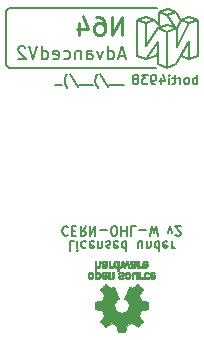
<source format=gbr>
%TF.GenerationSoftware,KiCad,Pcbnew,9.0.4*%
%TF.CreationDate,2025-09-07T07:02:52-04:00*%
%TF.ProjectId,flex_partial,666c6578-5f70-4617-9274-69616c2e6b69,v20231105*%
%TF.SameCoordinates,Original*%
%TF.FileFunction,Legend,Bot*%
%TF.FilePolarity,Positive*%
%FSLAX46Y46*%
G04 Gerber Fmt 4.6, Leading zero omitted, Abs format (unit mm)*
G04 Created by KiCad (PCBNEW 9.0.4) date 2025-09-07 07:02:52*
%MOMM*%
%LPD*%
G01*
G04 APERTURE LIST*
%ADD10C,0.200000*%
%ADD11C,0.152400*%
%ADD12C,0.190500*%
%ADD13C,0.150000*%
%ADD14C,0.266700*%
%ADD15C,0.010000*%
G04 APERTURE END LIST*
D10*
X102333163Y-92971192D02*
X102333163Y-94514901D01*
X103055217Y-91191941D02*
X102300000Y-91500000D01*
X103055217Y-91191941D02*
X102360397Y-90965285D01*
X100487356Y-92243170D02*
X100487356Y-95273213D01*
X101221444Y-90536244D02*
X100523622Y-90291585D01*
X99735122Y-94962045D02*
X100487356Y-95273213D01*
X99735122Y-93113175D02*
X99735122Y-93898628D01*
X99735122Y-93898628D02*
X99735122Y-94962045D01*
X101103631Y-91844378D02*
X101287909Y-91916954D01*
X100496428Y-91599659D02*
X99958709Y-91820157D01*
X101287909Y-91950159D02*
X101287909Y-93466635D01*
X99816620Y-91672135D02*
X99816620Y-90533291D01*
X100496428Y-90802079D02*
X101103631Y-91844378D01*
X102360397Y-90965285D02*
X101641350Y-91234162D01*
D11*
X86803834Y-95052211D02*
X86803835Y-90480212D01*
D10*
X103055216Y-94218878D02*
X103055217Y-91191941D01*
X101236441Y-94965150D02*
X102333163Y-92971192D01*
X102300000Y-91500000D02*
X101641350Y-91234162D01*
X99707879Y-91922912D02*
X98686747Y-93369981D01*
X100523622Y-90291585D02*
X99816620Y-90533291D01*
X98686747Y-91505970D02*
X99393751Y-91237179D01*
X98647475Y-94518006D02*
X99735122Y-93113175D01*
X99393751Y-91237179D02*
X99958709Y-91820157D01*
X102333163Y-94514901D02*
X103055216Y-94218878D01*
X102333163Y-94514901D02*
X101641350Y-94230913D01*
X101287909Y-91950159D02*
X101623197Y-91270329D01*
X101641350Y-94230913D02*
X102333163Y-92971192D01*
D11*
X99503834Y-95306213D02*
X87057835Y-95306213D01*
X87057835Y-95306213D02*
X86803834Y-95052211D01*
D10*
X99816620Y-90533291D02*
X100496428Y-90802079D01*
X97922459Y-91191942D02*
X97922459Y-94218878D01*
D11*
X86803835Y-90480212D02*
X87057834Y-90226212D01*
D10*
X101287909Y-91916954D02*
X100496428Y-91599659D01*
X101287909Y-93466635D02*
X102300000Y-91500000D01*
X101623197Y-91270329D02*
X101221444Y-90536244D01*
X100487356Y-95273213D02*
X101236441Y-94965150D01*
X101287909Y-91916954D02*
X101287909Y-91950159D01*
X100496428Y-90802079D02*
X101221444Y-90536244D01*
X97922459Y-94218878D02*
X98647475Y-94518006D01*
X99735122Y-93898628D02*
X99487291Y-94227950D01*
X98686747Y-91505970D02*
X97922459Y-91191942D01*
X98647475Y-90928976D02*
X97922459Y-91191942D01*
X100496428Y-91599659D02*
X99707879Y-91922912D01*
X99958709Y-91820157D02*
X99707879Y-91922912D01*
X99393751Y-91237179D02*
X98647475Y-90928976D01*
X99487291Y-94227950D02*
X98647475Y-94518006D01*
X101103631Y-91844378D02*
X100496428Y-91599659D01*
D11*
X87057834Y-90226212D02*
X99630835Y-90226212D01*
D10*
X98686747Y-93369981D02*
X98686747Y-91505970D01*
X101641350Y-91234162D02*
X101287909Y-91950159D01*
X100487356Y-92243170D02*
X99707879Y-91922912D01*
X101287909Y-91916954D02*
X100487356Y-92243170D01*
D12*
X96886886Y-94220767D02*
X96372839Y-94220767D01*
X96989696Y-94529195D02*
X96629863Y-93449695D01*
X96629863Y-93449695D02*
X96270029Y-94529195D01*
X95447553Y-94529195D02*
X95447553Y-93449695D01*
X95447553Y-94477791D02*
X95550362Y-94529195D01*
X95550362Y-94529195D02*
X95755981Y-94529195D01*
X95755981Y-94529195D02*
X95858791Y-94477791D01*
X95858791Y-94477791D02*
X95910196Y-94426386D01*
X95910196Y-94426386D02*
X95961600Y-94323576D01*
X95961600Y-94323576D02*
X95961600Y-94015148D01*
X95961600Y-94015148D02*
X95910196Y-93912338D01*
X95910196Y-93912338D02*
X95858791Y-93860933D01*
X95858791Y-93860933D02*
X95755981Y-93809529D01*
X95755981Y-93809529D02*
X95550362Y-93809529D01*
X95550362Y-93809529D02*
X95447553Y-93860933D01*
X95036315Y-93809529D02*
X94779291Y-94529195D01*
X94779291Y-94529195D02*
X94522268Y-93809529D01*
X93648387Y-94529195D02*
X93648387Y-93963743D01*
X93648387Y-93963743D02*
X93699792Y-93860933D01*
X93699792Y-93860933D02*
X93802601Y-93809529D01*
X93802601Y-93809529D02*
X94008220Y-93809529D01*
X94008220Y-93809529D02*
X94111030Y-93860933D01*
X93648387Y-94477791D02*
X93751196Y-94529195D01*
X93751196Y-94529195D02*
X94008220Y-94529195D01*
X94008220Y-94529195D02*
X94111030Y-94477791D01*
X94111030Y-94477791D02*
X94162434Y-94374981D01*
X94162434Y-94374981D02*
X94162434Y-94272171D01*
X94162434Y-94272171D02*
X94111030Y-94169362D01*
X94111030Y-94169362D02*
X94008220Y-94117957D01*
X94008220Y-94117957D02*
X93751196Y-94117957D01*
X93751196Y-94117957D02*
X93648387Y-94066552D01*
X93134340Y-93809529D02*
X93134340Y-94529195D01*
X93134340Y-93912338D02*
X93082935Y-93860933D01*
X93082935Y-93860933D02*
X92980125Y-93809529D01*
X92980125Y-93809529D02*
X92825911Y-93809529D01*
X92825911Y-93809529D02*
X92723102Y-93860933D01*
X92723102Y-93860933D02*
X92671697Y-93963743D01*
X92671697Y-93963743D02*
X92671697Y-94529195D01*
X91695007Y-94477791D02*
X91797816Y-94529195D01*
X91797816Y-94529195D02*
X92003435Y-94529195D01*
X92003435Y-94529195D02*
X92106245Y-94477791D01*
X92106245Y-94477791D02*
X92157650Y-94426386D01*
X92157650Y-94426386D02*
X92209054Y-94323576D01*
X92209054Y-94323576D02*
X92209054Y-94015148D01*
X92209054Y-94015148D02*
X92157650Y-93912338D01*
X92157650Y-93912338D02*
X92106245Y-93860933D01*
X92106245Y-93860933D02*
X92003435Y-93809529D01*
X92003435Y-93809529D02*
X91797816Y-93809529D01*
X91797816Y-93809529D02*
X91695007Y-93860933D01*
X90821126Y-94477791D02*
X90923935Y-94529195D01*
X90923935Y-94529195D02*
X91129554Y-94529195D01*
X91129554Y-94529195D02*
X91232364Y-94477791D01*
X91232364Y-94477791D02*
X91283768Y-94374981D01*
X91283768Y-94374981D02*
X91283768Y-93963743D01*
X91283768Y-93963743D02*
X91232364Y-93860933D01*
X91232364Y-93860933D02*
X91129554Y-93809529D01*
X91129554Y-93809529D02*
X90923935Y-93809529D01*
X90923935Y-93809529D02*
X90821126Y-93860933D01*
X90821126Y-93860933D02*
X90769721Y-93963743D01*
X90769721Y-93963743D02*
X90769721Y-94066552D01*
X90769721Y-94066552D02*
X91283768Y-94169362D01*
X89844435Y-94529195D02*
X89844435Y-93449695D01*
X89844435Y-94477791D02*
X89947244Y-94529195D01*
X89947244Y-94529195D02*
X90152863Y-94529195D01*
X90152863Y-94529195D02*
X90255673Y-94477791D01*
X90255673Y-94477791D02*
X90307078Y-94426386D01*
X90307078Y-94426386D02*
X90358482Y-94323576D01*
X90358482Y-94323576D02*
X90358482Y-94015148D01*
X90358482Y-94015148D02*
X90307078Y-93912338D01*
X90307078Y-93912338D02*
X90255673Y-93860933D01*
X90255673Y-93860933D02*
X90152863Y-93809529D01*
X90152863Y-93809529D02*
X89947244Y-93809529D01*
X89947244Y-93809529D02*
X89844435Y-93860933D01*
X89484602Y-93449695D02*
X89124769Y-94529195D01*
X89124769Y-94529195D02*
X88764935Y-93449695D01*
X88456506Y-93552505D02*
X88405102Y-93501100D01*
X88405102Y-93501100D02*
X88302292Y-93449695D01*
X88302292Y-93449695D02*
X88045268Y-93449695D01*
X88045268Y-93449695D02*
X87942459Y-93501100D01*
X87942459Y-93501100D02*
X87891054Y-93552505D01*
X87891054Y-93552505D02*
X87839649Y-93655314D01*
X87839649Y-93655314D02*
X87839649Y-93758124D01*
X87839649Y-93758124D02*
X87891054Y-93912338D01*
X87891054Y-93912338D02*
X88507911Y-94529195D01*
X88507911Y-94529195D02*
X87839649Y-94529195D01*
D13*
X92599999Y-109961682D02*
X92219047Y-109961682D01*
X92219047Y-109961682D02*
X92219047Y-110761682D01*
X92866666Y-109961682D02*
X92866666Y-110495016D01*
X92866666Y-110761682D02*
X92828570Y-110723587D01*
X92828570Y-110723587D02*
X92866666Y-110685492D01*
X92866666Y-110685492D02*
X92904761Y-110723587D01*
X92904761Y-110723587D02*
X92866666Y-110761682D01*
X92866666Y-110761682D02*
X92866666Y-110685492D01*
X93590475Y-109999778D02*
X93514284Y-109961682D01*
X93514284Y-109961682D02*
X93361903Y-109961682D01*
X93361903Y-109961682D02*
X93285713Y-109999778D01*
X93285713Y-109999778D02*
X93247618Y-110037873D01*
X93247618Y-110037873D02*
X93209522Y-110114063D01*
X93209522Y-110114063D02*
X93209522Y-110342635D01*
X93209522Y-110342635D02*
X93247618Y-110418825D01*
X93247618Y-110418825D02*
X93285713Y-110456920D01*
X93285713Y-110456920D02*
X93361903Y-110495016D01*
X93361903Y-110495016D02*
X93514284Y-110495016D01*
X93514284Y-110495016D02*
X93590475Y-110456920D01*
X94238094Y-109999778D02*
X94161903Y-109961682D01*
X94161903Y-109961682D02*
X94009522Y-109961682D01*
X94009522Y-109961682D02*
X93933332Y-109999778D01*
X93933332Y-109999778D02*
X93895236Y-110075968D01*
X93895236Y-110075968D02*
X93895236Y-110380730D01*
X93895236Y-110380730D02*
X93933332Y-110456920D01*
X93933332Y-110456920D02*
X94009522Y-110495016D01*
X94009522Y-110495016D02*
X94161903Y-110495016D01*
X94161903Y-110495016D02*
X94238094Y-110456920D01*
X94238094Y-110456920D02*
X94276189Y-110380730D01*
X94276189Y-110380730D02*
X94276189Y-110304539D01*
X94276189Y-110304539D02*
X93895236Y-110228349D01*
X94619046Y-110495016D02*
X94619046Y-109961682D01*
X94619046Y-110418825D02*
X94657141Y-110456920D01*
X94657141Y-110456920D02*
X94733331Y-110495016D01*
X94733331Y-110495016D02*
X94847617Y-110495016D01*
X94847617Y-110495016D02*
X94923808Y-110456920D01*
X94923808Y-110456920D02*
X94961903Y-110380730D01*
X94961903Y-110380730D02*
X94961903Y-109961682D01*
X95304760Y-109999778D02*
X95380951Y-109961682D01*
X95380951Y-109961682D02*
X95533332Y-109961682D01*
X95533332Y-109961682D02*
X95609522Y-109999778D01*
X95609522Y-109999778D02*
X95647618Y-110075968D01*
X95647618Y-110075968D02*
X95647618Y-110114063D01*
X95647618Y-110114063D02*
X95609522Y-110190254D01*
X95609522Y-110190254D02*
X95533332Y-110228349D01*
X95533332Y-110228349D02*
X95419046Y-110228349D01*
X95419046Y-110228349D02*
X95342856Y-110266444D01*
X95342856Y-110266444D02*
X95304760Y-110342635D01*
X95304760Y-110342635D02*
X95304760Y-110380730D01*
X95304760Y-110380730D02*
X95342856Y-110456920D01*
X95342856Y-110456920D02*
X95419046Y-110495016D01*
X95419046Y-110495016D02*
X95533332Y-110495016D01*
X95533332Y-110495016D02*
X95609522Y-110456920D01*
X96295237Y-109999778D02*
X96219046Y-109961682D01*
X96219046Y-109961682D02*
X96066665Y-109961682D01*
X96066665Y-109961682D02*
X95990475Y-109999778D01*
X95990475Y-109999778D02*
X95952379Y-110075968D01*
X95952379Y-110075968D02*
X95952379Y-110380730D01*
X95952379Y-110380730D02*
X95990475Y-110456920D01*
X95990475Y-110456920D02*
X96066665Y-110495016D01*
X96066665Y-110495016D02*
X96219046Y-110495016D01*
X96219046Y-110495016D02*
X96295237Y-110456920D01*
X96295237Y-110456920D02*
X96333332Y-110380730D01*
X96333332Y-110380730D02*
X96333332Y-110304539D01*
X96333332Y-110304539D02*
X95952379Y-110228349D01*
X97019046Y-109961682D02*
X97019046Y-110761682D01*
X97019046Y-109999778D02*
X96942855Y-109961682D01*
X96942855Y-109961682D02*
X96790474Y-109961682D01*
X96790474Y-109961682D02*
X96714284Y-109999778D01*
X96714284Y-109999778D02*
X96676189Y-110037873D01*
X96676189Y-110037873D02*
X96638093Y-110114063D01*
X96638093Y-110114063D02*
X96638093Y-110342635D01*
X96638093Y-110342635D02*
X96676189Y-110418825D01*
X96676189Y-110418825D02*
X96714284Y-110456920D01*
X96714284Y-110456920D02*
X96790474Y-110495016D01*
X96790474Y-110495016D02*
X96942855Y-110495016D01*
X96942855Y-110495016D02*
X97019046Y-110456920D01*
X98352380Y-110495016D02*
X98352380Y-109961682D01*
X98009523Y-110495016D02*
X98009523Y-110075968D01*
X98009523Y-110075968D02*
X98047618Y-109999778D01*
X98047618Y-109999778D02*
X98123808Y-109961682D01*
X98123808Y-109961682D02*
X98238094Y-109961682D01*
X98238094Y-109961682D02*
X98314285Y-109999778D01*
X98314285Y-109999778D02*
X98352380Y-110037873D01*
X98733333Y-110495016D02*
X98733333Y-109961682D01*
X98733333Y-110418825D02*
X98771428Y-110456920D01*
X98771428Y-110456920D02*
X98847618Y-110495016D01*
X98847618Y-110495016D02*
X98961904Y-110495016D01*
X98961904Y-110495016D02*
X99038095Y-110456920D01*
X99038095Y-110456920D02*
X99076190Y-110380730D01*
X99076190Y-110380730D02*
X99076190Y-109961682D01*
X99800000Y-109961682D02*
X99800000Y-110761682D01*
X99800000Y-109999778D02*
X99723809Y-109961682D01*
X99723809Y-109961682D02*
X99571428Y-109961682D01*
X99571428Y-109961682D02*
X99495238Y-109999778D01*
X99495238Y-109999778D02*
X99457143Y-110037873D01*
X99457143Y-110037873D02*
X99419047Y-110114063D01*
X99419047Y-110114063D02*
X99419047Y-110342635D01*
X99419047Y-110342635D02*
X99457143Y-110418825D01*
X99457143Y-110418825D02*
X99495238Y-110456920D01*
X99495238Y-110456920D02*
X99571428Y-110495016D01*
X99571428Y-110495016D02*
X99723809Y-110495016D01*
X99723809Y-110495016D02*
X99800000Y-110456920D01*
X100485715Y-109999778D02*
X100409524Y-109961682D01*
X100409524Y-109961682D02*
X100257143Y-109961682D01*
X100257143Y-109961682D02*
X100180953Y-109999778D01*
X100180953Y-109999778D02*
X100142857Y-110075968D01*
X100142857Y-110075968D02*
X100142857Y-110380730D01*
X100142857Y-110380730D02*
X100180953Y-110456920D01*
X100180953Y-110456920D02*
X100257143Y-110495016D01*
X100257143Y-110495016D02*
X100409524Y-110495016D01*
X100409524Y-110495016D02*
X100485715Y-110456920D01*
X100485715Y-110456920D02*
X100523810Y-110380730D01*
X100523810Y-110380730D02*
X100523810Y-110304539D01*
X100523810Y-110304539D02*
X100142857Y-110228349D01*
X100866667Y-109961682D02*
X100866667Y-110495016D01*
X100866667Y-110342635D02*
X100904762Y-110418825D01*
X100904762Y-110418825D02*
X100942857Y-110456920D01*
X100942857Y-110456920D02*
X101019048Y-110495016D01*
X101019048Y-110495016D02*
X101095238Y-110495016D01*
X92066667Y-108749918D02*
X92028571Y-108711823D01*
X92028571Y-108711823D02*
X91914286Y-108673727D01*
X91914286Y-108673727D02*
X91838095Y-108673727D01*
X91838095Y-108673727D02*
X91723809Y-108711823D01*
X91723809Y-108711823D02*
X91647619Y-108788013D01*
X91647619Y-108788013D02*
X91609524Y-108864203D01*
X91609524Y-108864203D02*
X91571428Y-109016584D01*
X91571428Y-109016584D02*
X91571428Y-109130870D01*
X91571428Y-109130870D02*
X91609524Y-109283251D01*
X91609524Y-109283251D02*
X91647619Y-109359442D01*
X91647619Y-109359442D02*
X91723809Y-109435632D01*
X91723809Y-109435632D02*
X91838095Y-109473727D01*
X91838095Y-109473727D02*
X91914286Y-109473727D01*
X91914286Y-109473727D02*
X92028571Y-109435632D01*
X92028571Y-109435632D02*
X92066667Y-109397537D01*
X92409524Y-109092775D02*
X92676190Y-109092775D01*
X92790476Y-108673727D02*
X92409524Y-108673727D01*
X92409524Y-108673727D02*
X92409524Y-109473727D01*
X92409524Y-109473727D02*
X92790476Y-109473727D01*
X93590477Y-108673727D02*
X93323810Y-109054680D01*
X93133334Y-108673727D02*
X93133334Y-109473727D01*
X93133334Y-109473727D02*
X93438096Y-109473727D01*
X93438096Y-109473727D02*
X93514286Y-109435632D01*
X93514286Y-109435632D02*
X93552381Y-109397537D01*
X93552381Y-109397537D02*
X93590477Y-109321346D01*
X93590477Y-109321346D02*
X93590477Y-109207061D01*
X93590477Y-109207061D02*
X93552381Y-109130870D01*
X93552381Y-109130870D02*
X93514286Y-109092775D01*
X93514286Y-109092775D02*
X93438096Y-109054680D01*
X93438096Y-109054680D02*
X93133334Y-109054680D01*
X93933334Y-108673727D02*
X93933334Y-109473727D01*
X93933334Y-109473727D02*
X94390477Y-108673727D01*
X94390477Y-108673727D02*
X94390477Y-109473727D01*
X94771429Y-108978489D02*
X95380953Y-108978489D01*
X95914286Y-109473727D02*
X96066667Y-109473727D01*
X96066667Y-109473727D02*
X96142857Y-109435632D01*
X96142857Y-109435632D02*
X96219048Y-109359442D01*
X96219048Y-109359442D02*
X96257143Y-109207061D01*
X96257143Y-109207061D02*
X96257143Y-108940394D01*
X96257143Y-108940394D02*
X96219048Y-108788013D01*
X96219048Y-108788013D02*
X96142857Y-108711823D01*
X96142857Y-108711823D02*
X96066667Y-108673727D01*
X96066667Y-108673727D02*
X95914286Y-108673727D01*
X95914286Y-108673727D02*
X95838095Y-108711823D01*
X95838095Y-108711823D02*
X95761905Y-108788013D01*
X95761905Y-108788013D02*
X95723809Y-108940394D01*
X95723809Y-108940394D02*
X95723809Y-109207061D01*
X95723809Y-109207061D02*
X95761905Y-109359442D01*
X95761905Y-109359442D02*
X95838095Y-109435632D01*
X95838095Y-109435632D02*
X95914286Y-109473727D01*
X96600000Y-108673727D02*
X96600000Y-109473727D01*
X96600000Y-109092775D02*
X97057143Y-109092775D01*
X97057143Y-108673727D02*
X97057143Y-109473727D01*
X97819047Y-108673727D02*
X97438095Y-108673727D01*
X97438095Y-108673727D02*
X97438095Y-109473727D01*
X98085714Y-108978489D02*
X98695238Y-108978489D01*
X98999999Y-109473727D02*
X99190475Y-108673727D01*
X99190475Y-108673727D02*
X99342856Y-109245156D01*
X99342856Y-109245156D02*
X99495237Y-108673727D01*
X99495237Y-108673727D02*
X99685714Y-109473727D01*
X100523809Y-109207061D02*
X100714285Y-108673727D01*
X100714285Y-108673727D02*
X100904762Y-109207061D01*
X101171428Y-109397537D02*
X101209524Y-109435632D01*
X101209524Y-109435632D02*
X101285714Y-109473727D01*
X101285714Y-109473727D02*
X101476190Y-109473727D01*
X101476190Y-109473727D02*
X101552381Y-109435632D01*
X101552381Y-109435632D02*
X101590476Y-109397537D01*
X101590476Y-109397537D02*
X101628571Y-109321346D01*
X101628571Y-109321346D02*
X101628571Y-109245156D01*
X101628571Y-109245156D02*
X101590476Y-109130870D01*
X101590476Y-109130870D02*
X101133333Y-108673727D01*
X101133333Y-108673727D02*
X101628571Y-108673727D01*
X103034673Y-96654507D02*
X103034673Y-95854507D01*
X103034673Y-96159269D02*
X102958483Y-96121173D01*
X102958483Y-96121173D02*
X102806102Y-96121173D01*
X102806102Y-96121173D02*
X102729911Y-96159269D01*
X102729911Y-96159269D02*
X102691816Y-96197364D01*
X102691816Y-96197364D02*
X102653721Y-96273554D01*
X102653721Y-96273554D02*
X102653721Y-96502126D01*
X102653721Y-96502126D02*
X102691816Y-96578316D01*
X102691816Y-96578316D02*
X102729911Y-96616412D01*
X102729911Y-96616412D02*
X102806102Y-96654507D01*
X102806102Y-96654507D02*
X102958483Y-96654507D01*
X102958483Y-96654507D02*
X103034673Y-96616412D01*
X102196578Y-96654507D02*
X102272768Y-96616412D01*
X102272768Y-96616412D02*
X102310863Y-96578316D01*
X102310863Y-96578316D02*
X102348959Y-96502126D01*
X102348959Y-96502126D02*
X102348959Y-96273554D01*
X102348959Y-96273554D02*
X102310863Y-96197364D01*
X102310863Y-96197364D02*
X102272768Y-96159269D01*
X102272768Y-96159269D02*
X102196578Y-96121173D01*
X102196578Y-96121173D02*
X102082292Y-96121173D01*
X102082292Y-96121173D02*
X102006101Y-96159269D01*
X102006101Y-96159269D02*
X101968006Y-96197364D01*
X101968006Y-96197364D02*
X101929911Y-96273554D01*
X101929911Y-96273554D02*
X101929911Y-96502126D01*
X101929911Y-96502126D02*
X101968006Y-96578316D01*
X101968006Y-96578316D02*
X102006101Y-96616412D01*
X102006101Y-96616412D02*
X102082292Y-96654507D01*
X102082292Y-96654507D02*
X102196578Y-96654507D01*
X101587053Y-96654507D02*
X101587053Y-96121173D01*
X101587053Y-96273554D02*
X101548958Y-96197364D01*
X101548958Y-96197364D02*
X101510863Y-96159269D01*
X101510863Y-96159269D02*
X101434672Y-96121173D01*
X101434672Y-96121173D02*
X101358482Y-96121173D01*
X101206101Y-96121173D02*
X100901339Y-96121173D01*
X101091815Y-95854507D02*
X101091815Y-96540221D01*
X101091815Y-96540221D02*
X101053720Y-96616412D01*
X101053720Y-96616412D02*
X100977530Y-96654507D01*
X100977530Y-96654507D02*
X100901339Y-96654507D01*
X100634672Y-96654507D02*
X100634672Y-96121173D01*
X100634672Y-95854507D02*
X100672768Y-95892602D01*
X100672768Y-95892602D02*
X100634672Y-95930697D01*
X100634672Y-95930697D02*
X100596577Y-95892602D01*
X100596577Y-95892602D02*
X100634672Y-95854507D01*
X100634672Y-95854507D02*
X100634672Y-95930697D01*
X99910863Y-96121173D02*
X99910863Y-96654507D01*
X100101339Y-95816412D02*
X100291816Y-96387840D01*
X100291816Y-96387840D02*
X99796577Y-96387840D01*
X99453720Y-96654507D02*
X99301339Y-96654507D01*
X99301339Y-96654507D02*
X99225149Y-96616412D01*
X99225149Y-96616412D02*
X99187053Y-96578316D01*
X99187053Y-96578316D02*
X99110863Y-96464031D01*
X99110863Y-96464031D02*
X99072768Y-96311650D01*
X99072768Y-96311650D02*
X99072768Y-96006888D01*
X99072768Y-96006888D02*
X99110863Y-95930697D01*
X99110863Y-95930697D02*
X99148958Y-95892602D01*
X99148958Y-95892602D02*
X99225149Y-95854507D01*
X99225149Y-95854507D02*
X99377530Y-95854507D01*
X99377530Y-95854507D02*
X99453720Y-95892602D01*
X99453720Y-95892602D02*
X99491815Y-95930697D01*
X99491815Y-95930697D02*
X99529911Y-96006888D01*
X99529911Y-96006888D02*
X99529911Y-96197364D01*
X99529911Y-96197364D02*
X99491815Y-96273554D01*
X99491815Y-96273554D02*
X99453720Y-96311650D01*
X99453720Y-96311650D02*
X99377530Y-96349745D01*
X99377530Y-96349745D02*
X99225149Y-96349745D01*
X99225149Y-96349745D02*
X99148958Y-96311650D01*
X99148958Y-96311650D02*
X99110863Y-96273554D01*
X99110863Y-96273554D02*
X99072768Y-96197364D01*
X98806101Y-95854507D02*
X98310863Y-95854507D01*
X98310863Y-95854507D02*
X98577529Y-96159269D01*
X98577529Y-96159269D02*
X98463244Y-96159269D01*
X98463244Y-96159269D02*
X98387053Y-96197364D01*
X98387053Y-96197364D02*
X98348958Y-96235459D01*
X98348958Y-96235459D02*
X98310863Y-96311650D01*
X98310863Y-96311650D02*
X98310863Y-96502126D01*
X98310863Y-96502126D02*
X98348958Y-96578316D01*
X98348958Y-96578316D02*
X98387053Y-96616412D01*
X98387053Y-96616412D02*
X98463244Y-96654507D01*
X98463244Y-96654507D02*
X98691815Y-96654507D01*
X98691815Y-96654507D02*
X98768006Y-96616412D01*
X98768006Y-96616412D02*
X98806101Y-96578316D01*
X97853720Y-96197364D02*
X97929910Y-96159269D01*
X97929910Y-96159269D02*
X97968005Y-96121173D01*
X97968005Y-96121173D02*
X98006101Y-96044983D01*
X98006101Y-96044983D02*
X98006101Y-96006888D01*
X98006101Y-96006888D02*
X97968005Y-95930697D01*
X97968005Y-95930697D02*
X97929910Y-95892602D01*
X97929910Y-95892602D02*
X97853720Y-95854507D01*
X97853720Y-95854507D02*
X97701339Y-95854507D01*
X97701339Y-95854507D02*
X97625148Y-95892602D01*
X97625148Y-95892602D02*
X97587053Y-95930697D01*
X97587053Y-95930697D02*
X97548958Y-96006888D01*
X97548958Y-96006888D02*
X97548958Y-96044983D01*
X97548958Y-96044983D02*
X97587053Y-96121173D01*
X97587053Y-96121173D02*
X97625148Y-96159269D01*
X97625148Y-96159269D02*
X97701339Y-96197364D01*
X97701339Y-96197364D02*
X97853720Y-96197364D01*
X97853720Y-96197364D02*
X97929910Y-96235459D01*
X97929910Y-96235459D02*
X97968005Y-96273554D01*
X97968005Y-96273554D02*
X98006101Y-96349745D01*
X98006101Y-96349745D02*
X98006101Y-96502126D01*
X98006101Y-96502126D02*
X97968005Y-96578316D01*
X97968005Y-96578316D02*
X97929910Y-96616412D01*
X97929910Y-96616412D02*
X97853720Y-96654507D01*
X97853720Y-96654507D02*
X97701339Y-96654507D01*
X97701339Y-96654507D02*
X97625148Y-96616412D01*
X97625148Y-96616412D02*
X97587053Y-96578316D01*
X97587053Y-96578316D02*
X97548958Y-96502126D01*
X97548958Y-96502126D02*
X97548958Y-96349745D01*
X97548958Y-96349745D02*
X97587053Y-96273554D01*
X97587053Y-96273554D02*
X97625148Y-96235459D01*
X97625148Y-96235459D02*
X97701339Y-96197364D01*
X96787053Y-96730697D02*
X96177529Y-96730697D01*
X96177529Y-96730697D02*
X95568005Y-96730697D01*
X94806100Y-95816412D02*
X95491814Y-96844983D01*
X94615624Y-96959269D02*
X94577529Y-96921173D01*
X94577529Y-96921173D02*
X94501338Y-96806888D01*
X94501338Y-96806888D02*
X94463243Y-96730697D01*
X94463243Y-96730697D02*
X94425148Y-96616412D01*
X94425148Y-96616412D02*
X94387052Y-96425935D01*
X94387052Y-96425935D02*
X94387052Y-96273554D01*
X94387052Y-96273554D02*
X94425148Y-96083078D01*
X94425148Y-96083078D02*
X94463243Y-95968792D01*
X94463243Y-95968792D02*
X94501338Y-95892602D01*
X94501338Y-95892602D02*
X94577529Y-95778316D01*
X94577529Y-95778316D02*
X94615624Y-95740221D01*
X94196577Y-96730697D02*
X93587053Y-96730697D01*
X93587053Y-96730697D02*
X92977529Y-96730697D01*
X92215624Y-95816412D02*
X92901338Y-96844983D01*
X92025148Y-96959269D02*
X91987053Y-96921173D01*
X91987053Y-96921173D02*
X91910862Y-96806888D01*
X91910862Y-96806888D02*
X91872767Y-96730697D01*
X91872767Y-96730697D02*
X91834672Y-96616412D01*
X91834672Y-96616412D02*
X91796576Y-96425935D01*
X91796576Y-96425935D02*
X91796576Y-96273554D01*
X91796576Y-96273554D02*
X91834672Y-96083078D01*
X91834672Y-96083078D02*
X91872767Y-95968792D01*
X91872767Y-95968792D02*
X91910862Y-95892602D01*
X91910862Y-95892602D02*
X91987053Y-95778316D01*
X91987053Y-95778316D02*
X92025148Y-95740221D01*
X91606101Y-96730697D02*
X90996577Y-96730697D01*
D14*
X96682540Y-92440388D02*
X96682540Y-90929088D01*
X96682540Y-90929088D02*
X95818940Y-92440388D01*
X95818940Y-92440388D02*
X95818940Y-90929088D01*
X94451573Y-90929088D02*
X94739440Y-90929088D01*
X94739440Y-90929088D02*
X94883373Y-91001055D01*
X94883373Y-91001055D02*
X94955340Y-91073022D01*
X94955340Y-91073022D02*
X95099273Y-91288922D01*
X95099273Y-91288922D02*
X95171240Y-91576788D01*
X95171240Y-91576788D02*
X95171240Y-92152522D01*
X95171240Y-92152522D02*
X95099273Y-92296455D01*
X95099273Y-92296455D02*
X95027307Y-92368422D01*
X95027307Y-92368422D02*
X94883373Y-92440388D01*
X94883373Y-92440388D02*
X94595507Y-92440388D01*
X94595507Y-92440388D02*
X94451573Y-92368422D01*
X94451573Y-92368422D02*
X94379607Y-92296455D01*
X94379607Y-92296455D02*
X94307640Y-92152522D01*
X94307640Y-92152522D02*
X94307640Y-91792688D01*
X94307640Y-91792688D02*
X94379607Y-91648755D01*
X94379607Y-91648755D02*
X94451573Y-91576788D01*
X94451573Y-91576788D02*
X94595507Y-91504822D01*
X94595507Y-91504822D02*
X94883373Y-91504822D01*
X94883373Y-91504822D02*
X95027307Y-91576788D01*
X95027307Y-91576788D02*
X95099273Y-91648755D01*
X95099273Y-91648755D02*
X95171240Y-91792688D01*
X93012240Y-91432855D02*
X93012240Y-92440388D01*
X93372074Y-90857122D02*
X93731907Y-91936622D01*
X93731907Y-91936622D02*
X92796340Y-91936622D01*
D15*
%TO.C,REF\u002A\u002A*%
X98209505Y-112953973D02*
X98243890Y-112985839D01*
X98254632Y-112994897D01*
X98286630Y-113010370D01*
X98326035Y-113010990D01*
X98379688Y-112997336D01*
X98397775Y-112996471D01*
X98418992Y-113009718D01*
X98447232Y-113041200D01*
X98460931Y-113058615D01*
X98477132Y-113083203D01*
X98479629Y-113098855D01*
X98470558Y-113112059D01*
X98442711Y-113128755D01*
X98399459Y-113141970D01*
X98352536Y-113148522D01*
X98312872Y-113146055D01*
X98282046Y-113136432D01*
X98244084Y-113120437D01*
X98225704Y-113111841D01*
X98212439Y-113110287D01*
X98209505Y-113122202D01*
X98209502Y-113122539D01*
X98203291Y-113133913D01*
X98181869Y-113139744D01*
X98140347Y-113141386D01*
X98071188Y-113141386D01*
X98071188Y-112537821D01*
X98209505Y-112537821D01*
X98209505Y-112953973D01*
G36*
X98209505Y-112953973D02*
G01*
X98243890Y-112985839D01*
X98254632Y-112994897D01*
X98286630Y-113010370D01*
X98326035Y-113010990D01*
X98379688Y-112997336D01*
X98397775Y-112996471D01*
X98418992Y-113009718D01*
X98447232Y-113041200D01*
X98460931Y-113058615D01*
X98477132Y-113083203D01*
X98479629Y-113098855D01*
X98470558Y-113112059D01*
X98442711Y-113128755D01*
X98399459Y-113141970D01*
X98352536Y-113148522D01*
X98312872Y-113146055D01*
X98282046Y-113136432D01*
X98244084Y-113120437D01*
X98225704Y-113111841D01*
X98212439Y-113110287D01*
X98209505Y-113122202D01*
X98209502Y-113122539D01*
X98203291Y-113133913D01*
X98181869Y-113139744D01*
X98140347Y-113141386D01*
X98071188Y-113141386D01*
X98071188Y-112537821D01*
X98209505Y-112537821D01*
X98209505Y-112953973D01*
G37*
X98058614Y-111782774D02*
X98058630Y-111794290D01*
X98059811Y-111875242D01*
X98062706Y-111941183D01*
X98067112Y-111988742D01*
X98072819Y-112014548D01*
X98078060Y-112024290D01*
X98110324Y-112054844D01*
X98154269Y-112068369D01*
X98202257Y-112062059D01*
X98214027Y-112057784D01*
X98239102Y-112050224D01*
X98256239Y-112052572D01*
X98273482Y-112067936D01*
X98298876Y-112099429D01*
X98340064Y-112151432D01*
X98311114Y-112174875D01*
X98283594Y-112188985D01*
X98235255Y-112198514D01*
X98180770Y-112198826D01*
X98129735Y-112190034D01*
X98091745Y-112172255D01*
X98058614Y-112146194D01*
X98058614Y-112172255D01*
X98057789Y-112182151D01*
X98050107Y-112192642D01*
X98029333Y-112197275D01*
X97989456Y-112198317D01*
X97920297Y-112198317D01*
X97920297Y-111582179D01*
X98058614Y-111582178D01*
X98058614Y-111782774D01*
G36*
X98058614Y-111782774D02*
G01*
X98058630Y-111794290D01*
X98059811Y-111875242D01*
X98062706Y-111941183D01*
X98067112Y-111988742D01*
X98072819Y-112014548D01*
X98078060Y-112024290D01*
X98110324Y-112054844D01*
X98154269Y-112068369D01*
X98202257Y-112062059D01*
X98214027Y-112057784D01*
X98239102Y-112050224D01*
X98256239Y-112052572D01*
X98273482Y-112067936D01*
X98298876Y-112099429D01*
X98340064Y-112151432D01*
X98311114Y-112174875D01*
X98283594Y-112188985D01*
X98235255Y-112198514D01*
X98180770Y-112198826D01*
X98129735Y-112190034D01*
X98091745Y-112172255D01*
X98058614Y-112146194D01*
X98058614Y-112172255D01*
X98057789Y-112182151D01*
X98050107Y-112192642D01*
X98029333Y-112197275D01*
X97989456Y-112198317D01*
X97920297Y-112198317D01*
X97920297Y-111582179D01*
X98058614Y-111582178D01*
X98058614Y-111782774D01*
G37*
X95631782Y-111776260D02*
X95631922Y-111821406D01*
X95633351Y-111896176D01*
X95636971Y-111951533D01*
X95643566Y-111991298D01*
X95653922Y-112019300D01*
X95668822Y-112039365D01*
X95689054Y-112055319D01*
X95711141Y-112067208D01*
X95737295Y-112070579D01*
X95774492Y-112063083D01*
X95786445Y-112059962D01*
X95816282Y-112055265D01*
X95837617Y-112061995D01*
X95862345Y-112082823D01*
X95867037Y-112087353D01*
X95892979Y-112115374D01*
X95909709Y-112138158D01*
X95912004Y-112143645D01*
X95907457Y-112163912D01*
X95884398Y-112180117D01*
X95848005Y-112191487D01*
X95803456Y-112197260D01*
X95755928Y-112196666D01*
X95710600Y-112188937D01*
X95672649Y-112173306D01*
X95660619Y-112166007D01*
X95640368Y-112155324D01*
X95632871Y-112157770D01*
X95631782Y-112173353D01*
X95631527Y-112178947D01*
X95625461Y-112191340D01*
X95606644Y-112196980D01*
X95568911Y-112198317D01*
X95506040Y-112198317D01*
X95506040Y-111582178D01*
X95631782Y-111582178D01*
X95631782Y-111776260D01*
G36*
X95631782Y-111776260D02*
G01*
X95631922Y-111821406D01*
X95633351Y-111896176D01*
X95636971Y-111951533D01*
X95643566Y-111991298D01*
X95653922Y-112019300D01*
X95668822Y-112039365D01*
X95689054Y-112055319D01*
X95711141Y-112067208D01*
X95737295Y-112070579D01*
X95774492Y-112063083D01*
X95786445Y-112059962D01*
X95816282Y-112055265D01*
X95837617Y-112061995D01*
X95862345Y-112082823D01*
X95867037Y-112087353D01*
X95892979Y-112115374D01*
X95909709Y-112138158D01*
X95912004Y-112143645D01*
X95907457Y-112163912D01*
X95884398Y-112180117D01*
X95848005Y-112191487D01*
X95803456Y-112197260D01*
X95755928Y-112196666D01*
X95710600Y-112188937D01*
X95672649Y-112173306D01*
X95660619Y-112166007D01*
X95640368Y-112155324D01*
X95632871Y-112157770D01*
X95631782Y-112173353D01*
X95631527Y-112178947D01*
X95625461Y-112191340D01*
X95606644Y-112196980D01*
X95568911Y-112198317D01*
X95506040Y-112198317D01*
X95506040Y-111582178D01*
X95631782Y-111582178D01*
X95631782Y-111776260D01*
G37*
X97772736Y-112550421D02*
X97801714Y-112564617D01*
X97816091Y-112566739D01*
X97819703Y-112556707D01*
X97825701Y-112545444D01*
X97847170Y-112539511D01*
X97888862Y-112537821D01*
X97958020Y-112537821D01*
X97958020Y-113141386D01*
X97819703Y-113141386D01*
X97819703Y-112945658D01*
X97818643Y-112857606D01*
X97814491Y-112786490D01*
X97806080Y-112734801D01*
X97792244Y-112699640D01*
X97771818Y-112678111D01*
X97743636Y-112667318D01*
X97706535Y-112664364D01*
X97671111Y-112667000D01*
X97642500Y-112677321D01*
X97621704Y-112698228D01*
X97607558Y-112732619D01*
X97598897Y-112783390D01*
X97594555Y-112853437D01*
X97593367Y-112945658D01*
X97593367Y-113141386D01*
X97467624Y-113141386D01*
X97467624Y-112905422D01*
X97467840Y-112842439D01*
X97469516Y-112760993D01*
X97473723Y-112698879D01*
X97481479Y-112652542D01*
X97493804Y-112618427D01*
X97511715Y-112592978D01*
X97536233Y-112572638D01*
X97568377Y-112553854D01*
X97635875Y-112530072D01*
X97706319Y-112528520D01*
X97772736Y-112550421D01*
G36*
X97772736Y-112550421D02*
G01*
X97801714Y-112564617D01*
X97816091Y-112566739D01*
X97819703Y-112556707D01*
X97825701Y-112545444D01*
X97847170Y-112539511D01*
X97888862Y-112537821D01*
X97958020Y-112537821D01*
X97958020Y-113141386D01*
X97819703Y-113141386D01*
X97819703Y-112945658D01*
X97818643Y-112857606D01*
X97814491Y-112786490D01*
X97806080Y-112734801D01*
X97792244Y-112699640D01*
X97771818Y-112678111D01*
X97743636Y-112667318D01*
X97706535Y-112664364D01*
X97671111Y-112667000D01*
X97642500Y-112677321D01*
X97621704Y-112698228D01*
X97607558Y-112732619D01*
X97598897Y-112783390D01*
X97594555Y-112853437D01*
X97593367Y-112945658D01*
X97593367Y-113141386D01*
X97467624Y-113141386D01*
X97467624Y-112905422D01*
X97467840Y-112842439D01*
X97469516Y-112760993D01*
X97473723Y-112698879D01*
X97481479Y-112652542D01*
X97493804Y-112618427D01*
X97511715Y-112592978D01*
X97536233Y-112572638D01*
X97568377Y-112553854D01*
X97635875Y-112530072D01*
X97706319Y-112528520D01*
X97772736Y-112550421D01*
G37*
X95619208Y-112745868D02*
X95619303Y-112816122D01*
X95619949Y-112873830D01*
X95621680Y-112914213D01*
X95625026Y-112941385D01*
X95630518Y-112959460D01*
X95638690Y-112972553D01*
X95650072Y-112984779D01*
X95665576Y-112997783D01*
X95710157Y-113015255D01*
X95756953Y-113010127D01*
X95799820Y-112982493D01*
X95812073Y-112969632D01*
X95820868Y-112956617D01*
X95826767Y-112939294D01*
X95830349Y-112913499D01*
X95832191Y-112875061D01*
X95832872Y-112819811D01*
X95832970Y-112743582D01*
X95832970Y-112537821D01*
X95971287Y-112537821D01*
X95971011Y-112761015D01*
X95970992Y-112770956D01*
X95969792Y-112865894D01*
X95966109Y-112939642D01*
X95958994Y-112995786D01*
X95947500Y-113037913D01*
X95930682Y-113069609D01*
X95907591Y-113094459D01*
X95877283Y-113116050D01*
X95845988Y-113130998D01*
X95782964Y-113144579D01*
X95717395Y-113142577D01*
X95660074Y-113124567D01*
X95634801Y-113112326D01*
X95622090Y-113111062D01*
X95619208Y-113122202D01*
X95619205Y-113122539D01*
X95612993Y-113133913D01*
X95591572Y-113139744D01*
X95550050Y-113141386D01*
X95480891Y-113141386D01*
X95480891Y-112537821D01*
X95619208Y-112537821D01*
X95619208Y-112745868D01*
G36*
X95619208Y-112745868D02*
G01*
X95619303Y-112816122D01*
X95619949Y-112873830D01*
X95621680Y-112914213D01*
X95625026Y-112941385D01*
X95630518Y-112959460D01*
X95638690Y-112972553D01*
X95650072Y-112984779D01*
X95665576Y-112997783D01*
X95710157Y-113015255D01*
X95756953Y-113010127D01*
X95799820Y-112982493D01*
X95812073Y-112969632D01*
X95820868Y-112956617D01*
X95826767Y-112939294D01*
X95830349Y-112913499D01*
X95832191Y-112875061D01*
X95832872Y-112819811D01*
X95832970Y-112743582D01*
X95832970Y-112537821D01*
X95971287Y-112537821D01*
X95971011Y-112761015D01*
X95970992Y-112770956D01*
X95969792Y-112865894D01*
X95966109Y-112939642D01*
X95958994Y-112995786D01*
X95947500Y-113037913D01*
X95930682Y-113069609D01*
X95907591Y-113094459D01*
X95877283Y-113116050D01*
X95845988Y-113130998D01*
X95782964Y-113144579D01*
X95717395Y-113142577D01*
X95660074Y-113124567D01*
X95634801Y-113112326D01*
X95622090Y-113111062D01*
X95619208Y-113122202D01*
X95619205Y-113122539D01*
X95612993Y-113133913D01*
X95591572Y-113139744D01*
X95550050Y-113141386D01*
X95480891Y-113141386D01*
X95480891Y-112537821D01*
X95619208Y-112537821D01*
X95619208Y-112745868D01*
G37*
X98849674Y-112549118D02*
X98920121Y-112591536D01*
X98965716Y-112629120D01*
X98924650Y-112671490D01*
X98898704Y-112696591D01*
X98875236Y-112710566D01*
X98853476Y-112707489D01*
X98825644Y-112688713D01*
X98814546Y-112681363D01*
X98767663Y-112666317D01*
X98713776Y-112666327D01*
X98663325Y-112681831D01*
X98644328Y-112694284D01*
X98616463Y-112731054D01*
X98602494Y-112785061D01*
X98601594Y-112858669D01*
X98601597Y-112858711D01*
X98611991Y-112924566D01*
X98634886Y-112970228D01*
X98672561Y-112998472D01*
X98727293Y-113012080D01*
X98761758Y-113013910D01*
X98791874Y-113006416D01*
X98822760Y-112984705D01*
X98862728Y-112951074D01*
X98913344Y-112991750D01*
X98931837Y-113007333D01*
X98954935Y-113029659D01*
X98963961Y-113042817D01*
X98960764Y-113048747D01*
X98942354Y-113066952D01*
X98913027Y-113090105D01*
X98890081Y-113105170D01*
X98817226Y-113136120D01*
X98741201Y-113146927D01*
X98666591Y-113138507D01*
X98597979Y-113111776D01*
X98539952Y-113067649D01*
X98497093Y-113007042D01*
X98494199Y-113000862D01*
X98475824Y-112940592D01*
X98466643Y-112868592D01*
X98466715Y-112793631D01*
X98476099Y-112724464D01*
X98494851Y-112669852D01*
X98518005Y-112631788D01*
X98568970Y-112577866D01*
X98632694Y-112543589D01*
X98687215Y-112529729D01*
X98770233Y-112528215D01*
X98849674Y-112549118D01*
G36*
X98849674Y-112549118D02*
G01*
X98920121Y-112591536D01*
X98965716Y-112629120D01*
X98924650Y-112671490D01*
X98898704Y-112696591D01*
X98875236Y-112710566D01*
X98853476Y-112707489D01*
X98825644Y-112688713D01*
X98814546Y-112681363D01*
X98767663Y-112666317D01*
X98713776Y-112666327D01*
X98663325Y-112681831D01*
X98644328Y-112694284D01*
X98616463Y-112731054D01*
X98602494Y-112785061D01*
X98601594Y-112858669D01*
X98601597Y-112858711D01*
X98611991Y-112924566D01*
X98634886Y-112970228D01*
X98672561Y-112998472D01*
X98727293Y-113012080D01*
X98761758Y-113013910D01*
X98791874Y-113006416D01*
X98822760Y-112984705D01*
X98862728Y-112951074D01*
X98913344Y-112991750D01*
X98931837Y-113007333D01*
X98954935Y-113029659D01*
X98963961Y-113042817D01*
X98960764Y-113048747D01*
X98942354Y-113066952D01*
X98913027Y-113090105D01*
X98890081Y-113105170D01*
X98817226Y-113136120D01*
X98741201Y-113146927D01*
X98666591Y-113138507D01*
X98597979Y-113111776D01*
X98539952Y-113067649D01*
X98497093Y-113007042D01*
X98494199Y-113000862D01*
X98475824Y-112940592D01*
X98466643Y-112868592D01*
X98466715Y-112793631D01*
X98476099Y-112724464D01*
X98494851Y-112669852D01*
X98518005Y-112631788D01*
X98568970Y-112577866D01*
X98632694Y-112543589D01*
X98687215Y-112529729D01*
X98770233Y-112528215D01*
X98849674Y-112549118D01*
G37*
X97159553Y-112527669D02*
X97212177Y-112538569D01*
X97213211Y-112538966D01*
X97255620Y-112563913D01*
X97298463Y-112602532D01*
X97334014Y-112646694D01*
X97354541Y-112688273D01*
X97360626Y-112718666D01*
X97365836Y-112775571D01*
X97366951Y-112840379D01*
X97364156Y-112904884D01*
X97357635Y-112960879D01*
X97347568Y-113000157D01*
X97324123Y-113044628D01*
X97274363Y-113099308D01*
X97210762Y-113133946D01*
X97135211Y-113147655D01*
X97049601Y-113139552D01*
X97035356Y-113136101D01*
X96969018Y-113106336D01*
X96919029Y-113057470D01*
X96885388Y-112989499D01*
X96868094Y-112902420D01*
X96867590Y-112846234D01*
X97002376Y-112846234D01*
X97002449Y-112867238D01*
X97004027Y-112909797D01*
X97009272Y-112937561D01*
X97020277Y-112958075D01*
X97039132Y-112978888D01*
X97075011Y-113004113D01*
X97121720Y-113014427D01*
X97166849Y-113004604D01*
X97204320Y-112976195D01*
X97228056Y-112930747D01*
X97236325Y-112891503D01*
X97240024Y-112826295D01*
X97232451Y-112765455D01*
X97214659Y-112715462D01*
X97187704Y-112682797D01*
X97177487Y-112677189D01*
X97138527Y-112666994D01*
X97093464Y-112664896D01*
X97055552Y-112671980D01*
X97040756Y-112682139D01*
X97019986Y-112717666D01*
X97006917Y-112773268D01*
X97002376Y-112846234D01*
X96867590Y-112846234D01*
X96867143Y-112796229D01*
X96870651Y-112756435D01*
X96886156Y-112680462D01*
X96913890Y-112622489D01*
X96956102Y-112578700D01*
X97015040Y-112545279D01*
X97037924Y-112537324D01*
X97097188Y-112527399D01*
X97159553Y-112527669D01*
G36*
X97159553Y-112527669D02*
G01*
X97212177Y-112538569D01*
X97213211Y-112538966D01*
X97255620Y-112563913D01*
X97298463Y-112602532D01*
X97334014Y-112646694D01*
X97354541Y-112688273D01*
X97360626Y-112718666D01*
X97365836Y-112775571D01*
X97366951Y-112840379D01*
X97364156Y-112904884D01*
X97357635Y-112960879D01*
X97347568Y-113000157D01*
X97324123Y-113044628D01*
X97274363Y-113099308D01*
X97210762Y-113133946D01*
X97135211Y-113147655D01*
X97049601Y-113139552D01*
X97035356Y-113136101D01*
X96969018Y-113106336D01*
X96919029Y-113057470D01*
X96885388Y-112989499D01*
X96868094Y-112902420D01*
X96867590Y-112846234D01*
X97002376Y-112846234D01*
X97002449Y-112867238D01*
X97004027Y-112909797D01*
X97009272Y-112937561D01*
X97020277Y-112958075D01*
X97039132Y-112978888D01*
X97075011Y-113004113D01*
X97121720Y-113014427D01*
X97166849Y-113004604D01*
X97204320Y-112976195D01*
X97228056Y-112930747D01*
X97236325Y-112891503D01*
X97240024Y-112826295D01*
X97232451Y-112765455D01*
X97214659Y-112715462D01*
X97187704Y-112682797D01*
X97177487Y-112677189D01*
X97138527Y-112666994D01*
X97093464Y-112664896D01*
X97055552Y-112671980D01*
X97040756Y-112682139D01*
X97019986Y-112717666D01*
X97006917Y-112773268D01*
X97002376Y-112846234D01*
X96867590Y-112846234D01*
X96867143Y-112796229D01*
X96870651Y-112756435D01*
X96886156Y-112680462D01*
X96913890Y-112622489D01*
X96956102Y-112578700D01*
X97015040Y-112545279D01*
X97037924Y-112537324D01*
X97097188Y-112527399D01*
X97159553Y-112527669D01*
G37*
X97062598Y-111584672D02*
X97120902Y-111588465D01*
X97174902Y-111758218D01*
X97198610Y-111832807D01*
X97225167Y-111916461D01*
X97250596Y-111996658D01*
X97271646Y-112063143D01*
X97314391Y-112198317D01*
X97171388Y-112198317D01*
X97136726Y-112069430D01*
X97127512Y-112035375D01*
X97110086Y-111971885D01*
X97093946Y-111914126D01*
X97081678Y-111871386D01*
X97061291Y-111802227D01*
X96931255Y-112192029D01*
X96881524Y-112195763D01*
X96831794Y-112199496D01*
X96767003Y-112000871D01*
X96750003Y-111950150D01*
X96729893Y-111894003D01*
X96713101Y-111851468D01*
X96701014Y-111826010D01*
X96695020Y-111821097D01*
X96693574Y-111825370D01*
X96685746Y-111851578D01*
X96673277Y-111895351D01*
X96657553Y-111951789D01*
X96639957Y-112015990D01*
X96592086Y-112192028D01*
X96518993Y-112195848D01*
X96512823Y-112196154D01*
X96473408Y-112196560D01*
X96454467Y-112192513D01*
X96452055Y-112183274D01*
X96455102Y-112174251D01*
X96465126Y-112143368D01*
X96480820Y-112094456D01*
X96501066Y-112031013D01*
X96524744Y-111956538D01*
X96550737Y-111874529D01*
X96643264Y-111582178D01*
X96759007Y-111582179D01*
X96813543Y-111767648D01*
X96823614Y-111801706D01*
X96842225Y-111863623D01*
X96858128Y-111915213D01*
X96869891Y-111951870D01*
X96876082Y-111968982D01*
X96877846Y-111970259D01*
X96886429Y-111959221D01*
X96898684Y-111930031D01*
X96912574Y-111887250D01*
X96913308Y-111884737D01*
X96931904Y-111821600D01*
X96953182Y-111750111D01*
X96972679Y-111685266D01*
X97004295Y-111580878D01*
X97062598Y-111584672D01*
G36*
X97062598Y-111584672D02*
G01*
X97120902Y-111588465D01*
X97174902Y-111758218D01*
X97198610Y-111832807D01*
X97225167Y-111916461D01*
X97250596Y-111996658D01*
X97271646Y-112063143D01*
X97314391Y-112198317D01*
X97171388Y-112198317D01*
X97136726Y-112069430D01*
X97127512Y-112035375D01*
X97110086Y-111971885D01*
X97093946Y-111914126D01*
X97081678Y-111871386D01*
X97061291Y-111802227D01*
X96931255Y-112192029D01*
X96881524Y-112195763D01*
X96831794Y-112199496D01*
X96767003Y-112000871D01*
X96750003Y-111950150D01*
X96729893Y-111894003D01*
X96713101Y-111851468D01*
X96701014Y-111826010D01*
X96695020Y-111821097D01*
X96693574Y-111825370D01*
X96685746Y-111851578D01*
X96673277Y-111895351D01*
X96657553Y-111951789D01*
X96639957Y-112015990D01*
X96592086Y-112192028D01*
X96518993Y-112195848D01*
X96512823Y-112196154D01*
X96473408Y-112196560D01*
X96454467Y-112192513D01*
X96452055Y-112183274D01*
X96455102Y-112174251D01*
X96465126Y-112143368D01*
X96480820Y-112094456D01*
X96501066Y-112031013D01*
X96524744Y-111956538D01*
X96550737Y-111874529D01*
X96643264Y-111582178D01*
X96759007Y-111582179D01*
X96813543Y-111767648D01*
X96823614Y-111801706D01*
X96842225Y-111863623D01*
X96858128Y-111915213D01*
X96869891Y-111951870D01*
X96876082Y-111968982D01*
X96877846Y-111970259D01*
X96886429Y-111959221D01*
X96898684Y-111930031D01*
X96912574Y-111887250D01*
X96913308Y-111884737D01*
X96931904Y-111821600D01*
X96953182Y-111750111D01*
X96972679Y-111685266D01*
X97004295Y-111580878D01*
X97062598Y-111584672D01*
G37*
X94062391Y-112538732D02*
X94126799Y-112568989D01*
X94177373Y-112615706D01*
X94191892Y-112637779D01*
X94219007Y-112706398D01*
X94232454Y-112791061D01*
X94231417Y-112887649D01*
X94230093Y-112901349D01*
X94211627Y-112989092D01*
X94177460Y-113057207D01*
X94127521Y-113105769D01*
X94061739Y-113134851D01*
X93980039Y-113144529D01*
X93949172Y-113143621D01*
X93885872Y-113132507D01*
X93834112Y-113105979D01*
X93785853Y-113060564D01*
X93778135Y-113051449D01*
X93757319Y-113020752D01*
X93743638Y-112985993D01*
X93736052Y-112941943D01*
X93733521Y-112883379D01*
X93734328Y-112840781D01*
X93860045Y-112840781D01*
X93866776Y-112913380D01*
X93887433Y-112965358D01*
X93922106Y-112997002D01*
X93962751Y-113012153D01*
X94011223Y-113010877D01*
X94056155Y-112985298D01*
X94066897Y-112975558D01*
X94080452Y-112958520D01*
X94088495Y-112936228D01*
X94092957Y-112902053D01*
X94095771Y-112849362D01*
X94097080Y-112812477D01*
X94096826Y-112772426D01*
X94092579Y-112745687D01*
X94082904Y-112725141D01*
X94066362Y-112703669D01*
X94043407Y-112682361D01*
X93997496Y-112663347D01*
X93948198Y-112666878D01*
X93901083Y-112693306D01*
X93887793Y-112705928D01*
X93873603Y-112727535D01*
X93865734Y-112757906D01*
X93861274Y-112805230D01*
X93860045Y-112840781D01*
X93734328Y-112840781D01*
X93735003Y-112805069D01*
X93736627Y-112765689D01*
X93740312Y-112717668D01*
X93746590Y-112683632D01*
X93756956Y-112656662D01*
X93772908Y-112629842D01*
X93773588Y-112628825D01*
X93812868Y-112585371D01*
X93860928Y-112552228D01*
X93916815Y-112532561D01*
X93990333Y-112526176D01*
X94062391Y-112538732D01*
G36*
X94062391Y-112538732D02*
G01*
X94126799Y-112568989D01*
X94177373Y-112615706D01*
X94191892Y-112637779D01*
X94219007Y-112706398D01*
X94232454Y-112791061D01*
X94231417Y-112887649D01*
X94230093Y-112901349D01*
X94211627Y-112989092D01*
X94177460Y-113057207D01*
X94127521Y-113105769D01*
X94061739Y-113134851D01*
X93980039Y-113144529D01*
X93949172Y-113143621D01*
X93885872Y-113132507D01*
X93834112Y-113105979D01*
X93785853Y-113060564D01*
X93778135Y-113051449D01*
X93757319Y-113020752D01*
X93743638Y-112985993D01*
X93736052Y-112941943D01*
X93733521Y-112883379D01*
X93734328Y-112840781D01*
X93860045Y-112840781D01*
X93866776Y-112913380D01*
X93887433Y-112965358D01*
X93922106Y-112997002D01*
X93962751Y-113012153D01*
X94011223Y-113010877D01*
X94056155Y-112985298D01*
X94066897Y-112975558D01*
X94080452Y-112958520D01*
X94088495Y-112936228D01*
X94092957Y-112902053D01*
X94095771Y-112849362D01*
X94097080Y-112812477D01*
X94096826Y-112772426D01*
X94092579Y-112745687D01*
X94082904Y-112725141D01*
X94066362Y-112703669D01*
X94043407Y-112682361D01*
X93997496Y-112663347D01*
X93948198Y-112666878D01*
X93901083Y-112693306D01*
X93887793Y-112705928D01*
X93873603Y-112727535D01*
X93865734Y-112757906D01*
X93861274Y-112805230D01*
X93860045Y-112840781D01*
X93734328Y-112840781D01*
X93735003Y-112805069D01*
X93736627Y-112765689D01*
X93740312Y-112717668D01*
X93746590Y-112683632D01*
X93756956Y-112656662D01*
X93772908Y-112629842D01*
X93773588Y-112628825D01*
X93812868Y-112585371D01*
X93860928Y-112552228D01*
X93916815Y-112532561D01*
X93990333Y-112526176D01*
X94062391Y-112538732D01*
G37*
X96398812Y-112437227D02*
X96260495Y-112437227D01*
X96260495Y-112144122D01*
X96234876Y-112167307D01*
X96210208Y-112181718D01*
X96163520Y-112193764D01*
X96108944Y-112197646D01*
X96055646Y-112192881D01*
X96012793Y-112178987D01*
X95982122Y-112159221D01*
X95950529Y-112125551D01*
X95929267Y-112080270D01*
X95916486Y-112019019D01*
X95910336Y-111937437D01*
X95909432Y-111904460D01*
X95909367Y-111883845D01*
X96046721Y-111883845D01*
X96047723Y-111939272D01*
X96053039Y-111987978D01*
X96062795Y-112021852D01*
X96065913Y-112027408D01*
X96095962Y-112055326D01*
X96136685Y-112067694D01*
X96180421Y-112064817D01*
X96219509Y-112047000D01*
X96246290Y-112014548D01*
X96247397Y-112011819D01*
X96254037Y-111981366D01*
X96258722Y-111935861D01*
X96260495Y-111884070D01*
X96259504Y-111831770D01*
X96255481Y-111796950D01*
X96246892Y-111773095D01*
X96232203Y-111753105D01*
X96193416Y-111723382D01*
X96148026Y-111713418D01*
X96104011Y-111725740D01*
X96066940Y-111760112D01*
X96057141Y-111785265D01*
X96049903Y-111829806D01*
X96046721Y-111883845D01*
X95909367Y-111883845D01*
X95909239Y-111843187D01*
X95910833Y-111789429D01*
X95914038Y-111751982D01*
X95914587Y-111748550D01*
X95936162Y-111687165D01*
X95975562Y-111635123D01*
X96027248Y-111599865D01*
X96082752Y-111585271D01*
X96151023Y-111586403D01*
X96213827Y-111605971D01*
X96230185Y-111614229D01*
X96251221Y-111623078D01*
X96259225Y-111620324D01*
X96260495Y-111605971D01*
X96261078Y-111598814D01*
X96268606Y-111588229D01*
X96289512Y-111583355D01*
X96329654Y-111582178D01*
X96398812Y-111582178D01*
X96398812Y-112437227D01*
G36*
X96398812Y-112437227D02*
G01*
X96260495Y-112437227D01*
X96260495Y-112144122D01*
X96234876Y-112167307D01*
X96210208Y-112181718D01*
X96163520Y-112193764D01*
X96108944Y-112197646D01*
X96055646Y-112192881D01*
X96012793Y-112178987D01*
X95982122Y-112159221D01*
X95950529Y-112125551D01*
X95929267Y-112080270D01*
X95916486Y-112019019D01*
X95910336Y-111937437D01*
X95909432Y-111904460D01*
X95909367Y-111883845D01*
X96046721Y-111883845D01*
X96047723Y-111939272D01*
X96053039Y-111987978D01*
X96062795Y-112021852D01*
X96065913Y-112027408D01*
X96095962Y-112055326D01*
X96136685Y-112067694D01*
X96180421Y-112064817D01*
X96219509Y-112047000D01*
X96246290Y-112014548D01*
X96247397Y-112011819D01*
X96254037Y-111981366D01*
X96258722Y-111935861D01*
X96260495Y-111884070D01*
X96259504Y-111831770D01*
X96255481Y-111796950D01*
X96246892Y-111773095D01*
X96232203Y-111753105D01*
X96193416Y-111723382D01*
X96148026Y-111713418D01*
X96104011Y-111725740D01*
X96066940Y-111760112D01*
X96057141Y-111785265D01*
X96049903Y-111829806D01*
X96046721Y-111883845D01*
X95909367Y-111883845D01*
X95909239Y-111843187D01*
X95910833Y-111789429D01*
X95914038Y-111751982D01*
X95914587Y-111748550D01*
X95936162Y-111687165D01*
X95975562Y-111635123D01*
X96027248Y-111599865D01*
X96082752Y-111585271D01*
X96151023Y-111586403D01*
X96213827Y-111605971D01*
X96230185Y-111614229D01*
X96251221Y-111623078D01*
X96259225Y-111620324D01*
X96260495Y-111605971D01*
X96261078Y-111598814D01*
X96268606Y-111588229D01*
X96289512Y-111583355D01*
X96329654Y-111582178D01*
X96398812Y-111582178D01*
X96398812Y-112437227D01*
G37*
X99308386Y-112531680D02*
X99379374Y-112554437D01*
X99437096Y-112592181D01*
X99480333Y-112632127D01*
X99434375Y-112668468D01*
X99388417Y-112704807D01*
X99333031Y-112677899D01*
X99268944Y-112656095D01*
X99212368Y-112655442D01*
X99166080Y-112675475D01*
X99132770Y-112715685D01*
X99120829Y-112739778D01*
X99114163Y-112760370D01*
X99118020Y-112774280D01*
X99135325Y-112782818D01*
X99169003Y-112787296D01*
X99221979Y-112789022D01*
X99297178Y-112789307D01*
X99479505Y-112789307D01*
X99479505Y-112876509D01*
X99477864Y-112922629D01*
X99473045Y-112968260D01*
X99466160Y-112999107D01*
X99461141Y-113010883D01*
X99424610Y-113063333D01*
X99371825Y-113107079D01*
X99310096Y-113135721D01*
X99277898Y-113143543D01*
X99201180Y-113147103D01*
X99132820Y-113128991D01*
X99074701Y-113091221D01*
X99028698Y-113035809D01*
X98996690Y-112964771D01*
X98987100Y-112914458D01*
X99114852Y-112914458D01*
X99117854Y-112933938D01*
X99139012Y-112971214D01*
X99174269Y-113001835D01*
X99216301Y-113020332D01*
X99257780Y-113021227D01*
X99289003Y-113006396D01*
X99324382Y-112972645D01*
X99346878Y-112930767D01*
X99348195Y-112926310D01*
X99349766Y-112914790D01*
X99343601Y-112907749D01*
X99325346Y-112904084D01*
X99290648Y-112902694D01*
X99235154Y-112902475D01*
X99205397Y-112902824D01*
X99158438Y-112905133D01*
X99126584Y-112909178D01*
X99114852Y-112914458D01*
X98987100Y-112914458D01*
X98980556Y-112880122D01*
X98982176Y-112783879D01*
X98982386Y-112781986D01*
X99000465Y-112693675D01*
X99033130Y-112625014D01*
X99081399Y-112574494D01*
X99146287Y-112540607D01*
X99158199Y-112536732D01*
X99232030Y-112525312D01*
X99308386Y-112531680D01*
G36*
X99308386Y-112531680D02*
G01*
X99379374Y-112554437D01*
X99437096Y-112592181D01*
X99480333Y-112632127D01*
X99434375Y-112668468D01*
X99388417Y-112704807D01*
X99333031Y-112677899D01*
X99268944Y-112656095D01*
X99212368Y-112655442D01*
X99166080Y-112675475D01*
X99132770Y-112715685D01*
X99120829Y-112739778D01*
X99114163Y-112760370D01*
X99118020Y-112774280D01*
X99135325Y-112782818D01*
X99169003Y-112787296D01*
X99221979Y-112789022D01*
X99297178Y-112789307D01*
X99479505Y-112789307D01*
X99479505Y-112876509D01*
X99477864Y-112922629D01*
X99473045Y-112968260D01*
X99466160Y-112999107D01*
X99461141Y-113010883D01*
X99424610Y-113063333D01*
X99371825Y-113107079D01*
X99310096Y-113135721D01*
X99277898Y-113143543D01*
X99201180Y-113147103D01*
X99132820Y-113128991D01*
X99074701Y-113091221D01*
X99028698Y-113035809D01*
X98996690Y-112964771D01*
X98987100Y-112914458D01*
X99114852Y-112914458D01*
X99117854Y-112933938D01*
X99139012Y-112971214D01*
X99174269Y-113001835D01*
X99216301Y-113020332D01*
X99257780Y-113021227D01*
X99289003Y-113006396D01*
X99324382Y-112972645D01*
X99346878Y-112930767D01*
X99348195Y-112926310D01*
X99349766Y-112914790D01*
X99343601Y-112907749D01*
X99325346Y-112904084D01*
X99290648Y-112902694D01*
X99235154Y-112902475D01*
X99205397Y-112902824D01*
X99158438Y-112905133D01*
X99126584Y-112909178D01*
X99114852Y-112914458D01*
X98987100Y-112914458D01*
X98980556Y-112880122D01*
X98982176Y-112783879D01*
X98982386Y-112781986D01*
X99000465Y-112693675D01*
X99033130Y-112625014D01*
X99081399Y-112574494D01*
X99146287Y-112540607D01*
X99158199Y-112536732D01*
X99232030Y-112525312D01*
X99308386Y-112531680D01*
G37*
X96646800Y-112538919D02*
X96717278Y-112563217D01*
X96767164Y-112601812D01*
X96796577Y-112654802D01*
X96805635Y-112722282D01*
X96799080Y-112781646D01*
X96778030Y-112830248D01*
X96740136Y-112865054D01*
X96682996Y-112888202D01*
X96604215Y-112901830D01*
X96595166Y-112902817D01*
X96546115Y-112909108D01*
X96506325Y-112915691D01*
X96483688Y-112921292D01*
X96476134Y-112925802D01*
X96463363Y-112949058D01*
X96465438Y-112978829D01*
X96482505Y-113004673D01*
X96491467Y-113010309D01*
X96528812Y-113019340D01*
X96577050Y-113018732D01*
X96627350Y-113009122D01*
X96670885Y-112991142D01*
X96716628Y-112964153D01*
X96752110Y-113005616D01*
X96760720Y-113016150D01*
X96780117Y-113044368D01*
X96788103Y-113063492D01*
X96779717Y-113075219D01*
X96753774Y-113093524D01*
X96716312Y-113113223D01*
X96711034Y-113115630D01*
X96661634Y-113134518D01*
X96614017Y-113143547D01*
X96554928Y-113145361D01*
X96501126Y-113141792D01*
X96428505Y-113123592D01*
X96375454Y-113089856D01*
X96341671Y-113040358D01*
X96326853Y-112974873D01*
X96329853Y-112912180D01*
X96351507Y-112859301D01*
X96393033Y-112820204D01*
X96455264Y-112794127D01*
X96539031Y-112780305D01*
X96593460Y-112773060D01*
X96643140Y-112757385D01*
X96668789Y-112734686D01*
X96670338Y-112705003D01*
X96660016Y-112686493D01*
X96628050Y-112664557D01*
X96582605Y-112654182D01*
X96529351Y-112655601D01*
X96473952Y-112669048D01*
X96422072Y-112694757D01*
X96370347Y-112728987D01*
X96324852Y-112682951D01*
X96279357Y-112636916D01*
X96317079Y-112606124D01*
X96331747Y-112595427D01*
X96373017Y-112571120D01*
X96417673Y-112550175D01*
X96453016Y-112538155D01*
X96504766Y-112529448D01*
X96568565Y-112529333D01*
X96646800Y-112538919D01*
G36*
X96646800Y-112538919D02*
G01*
X96717278Y-112563217D01*
X96767164Y-112601812D01*
X96796577Y-112654802D01*
X96805635Y-112722282D01*
X96799080Y-112781646D01*
X96778030Y-112830248D01*
X96740136Y-112865054D01*
X96682996Y-112888202D01*
X96604215Y-112901830D01*
X96595166Y-112902817D01*
X96546115Y-112909108D01*
X96506325Y-112915691D01*
X96483688Y-112921292D01*
X96476134Y-112925802D01*
X96463363Y-112949058D01*
X96465438Y-112978829D01*
X96482505Y-113004673D01*
X96491467Y-113010309D01*
X96528812Y-113019340D01*
X96577050Y-113018732D01*
X96627350Y-113009122D01*
X96670885Y-112991142D01*
X96716628Y-112964153D01*
X96752110Y-113005616D01*
X96760720Y-113016150D01*
X96780117Y-113044368D01*
X96788103Y-113063492D01*
X96779717Y-113075219D01*
X96753774Y-113093524D01*
X96716312Y-113113223D01*
X96711034Y-113115630D01*
X96661634Y-113134518D01*
X96614017Y-113143547D01*
X96554928Y-113145361D01*
X96501126Y-113141792D01*
X96428505Y-113123592D01*
X96375454Y-113089856D01*
X96341671Y-113040358D01*
X96326853Y-112974873D01*
X96329853Y-112912180D01*
X96351507Y-112859301D01*
X96393033Y-112820204D01*
X96455264Y-112794127D01*
X96539031Y-112780305D01*
X96593460Y-112773060D01*
X96643140Y-112757385D01*
X96668789Y-112734686D01*
X96670338Y-112705003D01*
X96660016Y-112686493D01*
X96628050Y-112664557D01*
X96582605Y-112654182D01*
X96529351Y-112655601D01*
X96473952Y-112669048D01*
X96422072Y-112694757D01*
X96370347Y-112728987D01*
X96324852Y-112682951D01*
X96279357Y-112636916D01*
X96317079Y-112606124D01*
X96331747Y-112595427D01*
X96373017Y-112571120D01*
X96417673Y-112550175D01*
X96453016Y-112538155D01*
X96504766Y-112529448D01*
X96568565Y-112529333D01*
X96646800Y-112538919D01*
G37*
X98662072Y-111590054D02*
X98731337Y-111611735D01*
X98755738Y-111624041D01*
X98790725Y-111645122D01*
X98811928Y-111662466D01*
X98815058Y-111666430D01*
X98820915Y-111680923D01*
X98812476Y-111696679D01*
X98786779Y-111720540D01*
X98774378Y-111730928D01*
X98749948Y-111749937D01*
X98737139Y-111757707D01*
X98733470Y-111756906D01*
X98712439Y-111748255D01*
X98681040Y-111733069D01*
X98670803Y-111728074D01*
X98610410Y-111709525D01*
X98557943Y-111714306D01*
X98511935Y-111742500D01*
X98506581Y-111747709D01*
X98480987Y-111780341D01*
X98466362Y-111811658D01*
X98458265Y-111846237D01*
X98838219Y-111846237D01*
X98838148Y-111912252D01*
X98838108Y-111918818D01*
X98830242Y-112000035D01*
X98807345Y-112066105D01*
X98767393Y-112123060D01*
X98743021Y-112147152D01*
X98692685Y-112179403D01*
X98632581Y-112195030D01*
X98556661Y-112196129D01*
X98519990Y-112191821D01*
X98452297Y-112169451D01*
X98400470Y-112128737D01*
X98364055Y-112069051D01*
X98342599Y-111989764D01*
X98340421Y-111958587D01*
X98460990Y-111958587D01*
X98470936Y-112000173D01*
X98500053Y-112038987D01*
X98542048Y-112065914D01*
X98590560Y-112075228D01*
X98626277Y-112064728D01*
X98661980Y-112039060D01*
X98689121Y-112005619D01*
X98699901Y-111971782D01*
X98698330Y-111960797D01*
X98690262Y-111953226D01*
X98671033Y-111949025D01*
X98635981Y-111947217D01*
X98580446Y-111946831D01*
X98549571Y-111947232D01*
X98503998Y-111949571D01*
X98472652Y-111953535D01*
X98460990Y-111958587D01*
X98340421Y-111958587D01*
X98340421Y-111958586D01*
X98335647Y-111890247D01*
X98337281Y-111843308D01*
X98352173Y-111753541D01*
X98382815Y-111682955D01*
X98429476Y-111631048D01*
X98492426Y-111597314D01*
X98512765Y-111591353D01*
X98585388Y-111583029D01*
X98662072Y-111590054D01*
G36*
X98662072Y-111590054D02*
G01*
X98731337Y-111611735D01*
X98755738Y-111624041D01*
X98790725Y-111645122D01*
X98811928Y-111662466D01*
X98815058Y-111666430D01*
X98820915Y-111680923D01*
X98812476Y-111696679D01*
X98786779Y-111720540D01*
X98774378Y-111730928D01*
X98749948Y-111749937D01*
X98737139Y-111757707D01*
X98733470Y-111756906D01*
X98712439Y-111748255D01*
X98681040Y-111733069D01*
X98670803Y-111728074D01*
X98610410Y-111709525D01*
X98557943Y-111714306D01*
X98511935Y-111742500D01*
X98506581Y-111747709D01*
X98480987Y-111780341D01*
X98466362Y-111811658D01*
X98458265Y-111846237D01*
X98838219Y-111846237D01*
X98838148Y-111912252D01*
X98838108Y-111918818D01*
X98830242Y-112000035D01*
X98807345Y-112066105D01*
X98767393Y-112123060D01*
X98743021Y-112147152D01*
X98692685Y-112179403D01*
X98632581Y-112195030D01*
X98556661Y-112196129D01*
X98519990Y-112191821D01*
X98452297Y-112169451D01*
X98400470Y-112128737D01*
X98364055Y-112069051D01*
X98342599Y-111989764D01*
X98340421Y-111958587D01*
X98460990Y-111958587D01*
X98470936Y-112000173D01*
X98500053Y-112038987D01*
X98542048Y-112065914D01*
X98590560Y-112075228D01*
X98626277Y-112064728D01*
X98661980Y-112039060D01*
X98689121Y-112005619D01*
X98699901Y-111971782D01*
X98698330Y-111960797D01*
X98690262Y-111953226D01*
X98671033Y-111949025D01*
X98635981Y-111947217D01*
X98580446Y-111946831D01*
X98549571Y-111947232D01*
X98503998Y-111949571D01*
X98472652Y-111953535D01*
X98460990Y-111958587D01*
X98340421Y-111958587D01*
X98340421Y-111958586D01*
X98335647Y-111890247D01*
X98337281Y-111843308D01*
X98352173Y-111753541D01*
X98382815Y-111682955D01*
X98429476Y-111631048D01*
X98492426Y-111597314D01*
X98512765Y-111591353D01*
X98585388Y-111583029D01*
X98662072Y-111590054D01*
G37*
X95244336Y-112540070D02*
X95311634Y-112569575D01*
X95336572Y-112585988D01*
X95364049Y-112607027D01*
X95376586Y-112620871D01*
X95375876Y-112626583D01*
X95361842Y-112646045D01*
X95335467Y-112669624D01*
X95289760Y-112704486D01*
X95236201Y-112677738D01*
X95221718Y-112671118D01*
X95179084Y-112656727D01*
X95143351Y-112650990D01*
X95117002Y-112655718D01*
X95075652Y-112678486D01*
X95040896Y-112713829D01*
X95021016Y-112754727D01*
X95012917Y-112789307D01*
X95392871Y-112789307D01*
X95392801Y-112855321D01*
X95392226Y-112876243D01*
X95387489Y-112926909D01*
X95379541Y-112968834D01*
X95370832Y-112992304D01*
X95340210Y-113043354D01*
X95299201Y-113089717D01*
X95255832Y-113121486D01*
X95243301Y-113127386D01*
X95170339Y-113146954D01*
X95095832Y-113144891D01*
X95025783Y-113122068D01*
X94966193Y-113079361D01*
X94933962Y-113039975D01*
X94907608Y-112984490D01*
X94893518Y-112917701D01*
X95019418Y-112917701D01*
X95022375Y-112930767D01*
X95022827Y-112932248D01*
X95048301Y-112977715D01*
X95088461Y-113009019D01*
X95136349Y-113020673D01*
X95154051Y-113019741D01*
X95186906Y-113008592D01*
X95218425Y-112980238D01*
X95226915Y-112970211D01*
X95246664Y-112941577D01*
X95254555Y-112921138D01*
X95254310Y-112918566D01*
X95247396Y-112910557D01*
X95227859Y-112905636D01*
X95191533Y-112903157D01*
X95134252Y-112902475D01*
X95115425Y-112902483D01*
X95066530Y-112902935D01*
X95037137Y-112904887D01*
X95022885Y-112909442D01*
X95019418Y-112917701D01*
X94893518Y-112917701D01*
X94892978Y-112915139D01*
X94888580Y-112827064D01*
X94889678Y-112788629D01*
X94902074Y-112704633D01*
X94929392Y-112638405D01*
X94973059Y-112587216D01*
X95034505Y-112548337D01*
X95094111Y-112530188D01*
X95168890Y-112526716D01*
X95244336Y-112540070D01*
G36*
X95244336Y-112540070D02*
G01*
X95311634Y-112569575D01*
X95336572Y-112585988D01*
X95364049Y-112607027D01*
X95376586Y-112620871D01*
X95375876Y-112626583D01*
X95361842Y-112646045D01*
X95335467Y-112669624D01*
X95289760Y-112704486D01*
X95236201Y-112677738D01*
X95221718Y-112671118D01*
X95179084Y-112656727D01*
X95143351Y-112650990D01*
X95117002Y-112655718D01*
X95075652Y-112678486D01*
X95040896Y-112713829D01*
X95021016Y-112754727D01*
X95012917Y-112789307D01*
X95392871Y-112789307D01*
X95392801Y-112855321D01*
X95392226Y-112876243D01*
X95387489Y-112926909D01*
X95379541Y-112968834D01*
X95370832Y-112992304D01*
X95340210Y-113043354D01*
X95299201Y-113089717D01*
X95255832Y-113121486D01*
X95243301Y-113127386D01*
X95170339Y-113146954D01*
X95095832Y-113144891D01*
X95025783Y-113122068D01*
X94966193Y-113079361D01*
X94933962Y-113039975D01*
X94907608Y-112984490D01*
X94893518Y-112917701D01*
X95019418Y-112917701D01*
X95022375Y-112930767D01*
X95022827Y-112932248D01*
X95048301Y-112977715D01*
X95088461Y-113009019D01*
X95136349Y-113020673D01*
X95154051Y-113019741D01*
X95186906Y-113008592D01*
X95218425Y-112980238D01*
X95226915Y-112970211D01*
X95246664Y-112941577D01*
X95254555Y-112921138D01*
X95254310Y-112918566D01*
X95247396Y-112910557D01*
X95227859Y-112905636D01*
X95191533Y-112903157D01*
X95134252Y-112902475D01*
X95115425Y-112902483D01*
X95066530Y-112902935D01*
X95037137Y-112904887D01*
X95022885Y-112909442D01*
X95019418Y-112917701D01*
X94893518Y-112917701D01*
X94892978Y-112915139D01*
X94888580Y-112827064D01*
X94889678Y-112788629D01*
X94902074Y-112704633D01*
X94929392Y-112638405D01*
X94973059Y-112587216D01*
X95034505Y-112548337D01*
X95094111Y-112530188D01*
X95168890Y-112526716D01*
X95244336Y-112540070D01*
G37*
X97804947Y-111824232D02*
X97803831Y-111880206D01*
X97800894Y-111964004D01*
X97795942Y-112028080D01*
X97787998Y-112075926D01*
X97776083Y-112111038D01*
X97759220Y-112136907D01*
X97736427Y-112157026D01*
X97706731Y-112174890D01*
X97691411Y-112181710D01*
X97638411Y-112194583D01*
X97574487Y-112199905D01*
X97508397Y-112197773D01*
X97448901Y-112188286D01*
X97404753Y-112171539D01*
X97389396Y-112161815D01*
X97354040Y-112132995D01*
X97342074Y-112108864D01*
X97344980Y-112104199D01*
X97363091Y-112087912D01*
X97392328Y-112066183D01*
X97407275Y-112056013D01*
X97432730Y-112041603D01*
X97449272Y-112040227D01*
X97464630Y-112050173D01*
X97502906Y-112070316D01*
X97554410Y-112078600D01*
X97607042Y-112072258D01*
X97608039Y-112071970D01*
X97645163Y-112055842D01*
X97663537Y-112030595D01*
X97668620Y-111988842D01*
X97668812Y-111949121D01*
X97537577Y-111944832D01*
X97516669Y-111944127D01*
X97463957Y-111941674D01*
X97428620Y-111937820D01*
X97404733Y-111931122D01*
X97386376Y-111920136D01*
X97367624Y-111903420D01*
X97336663Y-111864756D01*
X97313971Y-111807544D01*
X97311745Y-111768176D01*
X97435507Y-111768176D01*
X97447626Y-111802257D01*
X97454696Y-111811176D01*
X97486276Y-111831182D01*
X97536256Y-111842605D01*
X97607513Y-111846237D01*
X97668812Y-111846237D01*
X97668812Y-111802227D01*
X97664075Y-111769334D01*
X97643664Y-111733069D01*
X97636129Y-111726403D01*
X97605247Y-111712380D01*
X97558787Y-111708772D01*
X97530910Y-111710181D01*
X97478745Y-111720796D01*
X97446413Y-111740575D01*
X97435507Y-111768176D01*
X97311745Y-111768176D01*
X97310587Y-111747667D01*
X97325756Y-111690581D01*
X97358723Y-111641745D01*
X97408730Y-111606614D01*
X97413638Y-111604479D01*
X97468354Y-111589097D01*
X97530007Y-111583101D01*
X97588624Y-111586767D01*
X97634233Y-111600371D01*
X97652451Y-111609246D01*
X97665821Y-111611363D01*
X97668812Y-111600294D01*
X97674476Y-111590058D01*
X97696393Y-111583962D01*
X97738932Y-111582178D01*
X97809051Y-111582178D01*
X97804947Y-111824232D01*
G36*
X97804947Y-111824232D02*
G01*
X97803831Y-111880206D01*
X97800894Y-111964004D01*
X97795942Y-112028080D01*
X97787998Y-112075926D01*
X97776083Y-112111038D01*
X97759220Y-112136907D01*
X97736427Y-112157026D01*
X97706731Y-112174890D01*
X97691411Y-112181710D01*
X97638411Y-112194583D01*
X97574487Y-112199905D01*
X97508397Y-112197773D01*
X97448901Y-112188286D01*
X97404753Y-112171539D01*
X97389396Y-112161815D01*
X97354040Y-112132995D01*
X97342074Y-112108864D01*
X97344980Y-112104199D01*
X97363091Y-112087912D01*
X97392328Y-112066183D01*
X97407275Y-112056013D01*
X97432730Y-112041603D01*
X97449272Y-112040227D01*
X97464630Y-112050173D01*
X97502906Y-112070316D01*
X97554410Y-112078600D01*
X97607042Y-112072258D01*
X97608039Y-112071970D01*
X97645163Y-112055842D01*
X97663537Y-112030595D01*
X97668620Y-111988842D01*
X97668812Y-111949121D01*
X97537577Y-111944832D01*
X97516669Y-111944127D01*
X97463957Y-111941674D01*
X97428620Y-111937820D01*
X97404733Y-111931122D01*
X97386376Y-111920136D01*
X97367624Y-111903420D01*
X97336663Y-111864756D01*
X97313971Y-111807544D01*
X97311745Y-111768176D01*
X97435507Y-111768176D01*
X97447626Y-111802257D01*
X97454696Y-111811176D01*
X97486276Y-111831182D01*
X97536256Y-111842605D01*
X97607513Y-111846237D01*
X97668812Y-111846237D01*
X97668812Y-111802227D01*
X97664075Y-111769334D01*
X97643664Y-111733069D01*
X97636129Y-111726403D01*
X97605247Y-111712380D01*
X97558787Y-111708772D01*
X97530910Y-111710181D01*
X97478745Y-111720796D01*
X97446413Y-111740575D01*
X97435507Y-111768176D01*
X97311745Y-111768176D01*
X97310587Y-111747667D01*
X97325756Y-111690581D01*
X97358723Y-111641745D01*
X97408730Y-111606614D01*
X97413638Y-111604479D01*
X97468354Y-111589097D01*
X97530007Y-111583101D01*
X97588624Y-111586767D01*
X97634233Y-111600371D01*
X97652451Y-111609246D01*
X97665821Y-111611363D01*
X97668812Y-111600294D01*
X97674476Y-111590058D01*
X97696393Y-111583962D01*
X97738932Y-111582178D01*
X97809051Y-111582178D01*
X97804947Y-111824232D01*
G37*
X95380297Y-111825516D02*
X95380293Y-111846560D01*
X95380063Y-111925878D01*
X95379203Y-111984846D01*
X95377321Y-112027384D01*
X95374026Y-112057407D01*
X95368926Y-112078837D01*
X95361634Y-112095589D01*
X95351754Y-112111581D01*
X95319977Y-112149052D01*
X95274945Y-112177661D01*
X95215790Y-112193445D01*
X95137840Y-112198297D01*
X95135305Y-112198292D01*
X95081120Y-112195845D01*
X95032620Y-112189745D01*
X94999522Y-112181191D01*
X94990447Y-112176904D01*
X94961567Y-112158752D01*
X94935432Y-112137178D01*
X94918236Y-112117764D01*
X94916175Y-112106091D01*
X94920197Y-112102937D01*
X94964024Y-112069261D01*
X94993329Y-112049399D01*
X95012706Y-112041387D01*
X95026748Y-112043254D01*
X95040043Y-112053035D01*
X95064582Y-112065244D01*
X95105936Y-112073385D01*
X95152674Y-112075497D01*
X95194966Y-112071199D01*
X95222983Y-112060113D01*
X95224457Y-112058764D01*
X95237047Y-112033419D01*
X95241980Y-111995589D01*
X95241980Y-111946831D01*
X95125670Y-111946784D01*
X95072240Y-111945939D01*
X95027264Y-111942260D01*
X94995092Y-111934691D01*
X94969101Y-111922192D01*
X94963052Y-111918353D01*
X94919290Y-111876155D01*
X94896013Y-111820353D01*
X94894045Y-111778434D01*
X95015645Y-111778434D01*
X95025071Y-111804271D01*
X95056236Y-111826737D01*
X95106332Y-111841150D01*
X95172419Y-111846237D01*
X95241980Y-111846237D01*
X95241980Y-111797889D01*
X95237332Y-111761096D01*
X95218985Y-111728731D01*
X95208486Y-111721726D01*
X95171011Y-111710809D01*
X95124227Y-111708083D01*
X95078348Y-111713621D01*
X95043590Y-111727495D01*
X95026274Y-111745839D01*
X95015645Y-111778434D01*
X94894045Y-111778434D01*
X94892701Y-111749777D01*
X94892843Y-111748118D01*
X94908165Y-111683521D01*
X94942247Y-111634937D01*
X94996782Y-111599928D01*
X95024964Y-111591411D01*
X95073236Y-111584772D01*
X95126022Y-111583187D01*
X95173647Y-111586840D01*
X95206434Y-111595918D01*
X95226348Y-111603187D01*
X95245845Y-111595917D01*
X95252977Y-111591705D01*
X95281442Y-111584874D01*
X95319941Y-111582178D01*
X95380297Y-111582178D01*
X95380297Y-111825516D01*
G36*
X95380297Y-111825516D02*
G01*
X95380293Y-111846560D01*
X95380063Y-111925878D01*
X95379203Y-111984846D01*
X95377321Y-112027384D01*
X95374026Y-112057407D01*
X95368926Y-112078837D01*
X95361634Y-112095589D01*
X95351754Y-112111581D01*
X95319977Y-112149052D01*
X95274945Y-112177661D01*
X95215790Y-112193445D01*
X95137840Y-112198297D01*
X95135305Y-112198292D01*
X95081120Y-112195845D01*
X95032620Y-112189745D01*
X94999522Y-112181191D01*
X94990447Y-112176904D01*
X94961567Y-112158752D01*
X94935432Y-112137178D01*
X94918236Y-112117764D01*
X94916175Y-112106091D01*
X94920197Y-112102937D01*
X94964024Y-112069261D01*
X94993329Y-112049399D01*
X95012706Y-112041387D01*
X95026748Y-112043254D01*
X95040043Y-112053035D01*
X95064582Y-112065244D01*
X95105936Y-112073385D01*
X95152674Y-112075497D01*
X95194966Y-112071199D01*
X95222983Y-112060113D01*
X95224457Y-112058764D01*
X95237047Y-112033419D01*
X95241980Y-111995589D01*
X95241980Y-111946831D01*
X95125670Y-111946784D01*
X95072240Y-111945939D01*
X95027264Y-111942260D01*
X94995092Y-111934691D01*
X94969101Y-111922192D01*
X94963052Y-111918353D01*
X94919290Y-111876155D01*
X94896013Y-111820353D01*
X94894045Y-111778434D01*
X95015645Y-111778434D01*
X95025071Y-111804271D01*
X95056236Y-111826737D01*
X95106332Y-111841150D01*
X95172419Y-111846237D01*
X95241980Y-111846237D01*
X95241980Y-111797889D01*
X95237332Y-111761096D01*
X95218985Y-111728731D01*
X95208486Y-111721726D01*
X95171011Y-111710809D01*
X95124227Y-111708083D01*
X95078348Y-111713621D01*
X95043590Y-111727495D01*
X95026274Y-111745839D01*
X95015645Y-111778434D01*
X94894045Y-111778434D01*
X94892701Y-111749777D01*
X94892843Y-111748118D01*
X94908165Y-111683521D01*
X94942247Y-111634937D01*
X94996782Y-111599928D01*
X95024964Y-111591411D01*
X95073236Y-111584772D01*
X95126022Y-111583187D01*
X95173647Y-111586840D01*
X95206434Y-111595918D01*
X95226348Y-111603187D01*
X95245845Y-111595917D01*
X95252977Y-111591705D01*
X95281442Y-111584874D01*
X95319941Y-111582178D01*
X95380297Y-111582178D01*
X95380297Y-111825516D01*
G37*
X94390074Y-111584664D02*
X94456089Y-111588465D01*
X94459228Y-111789653D01*
X94460156Y-111838575D01*
X94462792Y-111912074D01*
X94467316Y-111966009D01*
X94474562Y-112004005D01*
X94485358Y-112029687D01*
X94500538Y-112046680D01*
X94520934Y-112058611D01*
X94559204Y-112070795D01*
X94597262Y-112066060D01*
X94637451Y-112040021D01*
X94676139Y-112007467D01*
X94676139Y-111582178D01*
X94814456Y-111582178D01*
X94814456Y-111812824D01*
X94814323Y-111885118D01*
X94813587Y-111949359D01*
X94811819Y-111996382D01*
X94808589Y-112030452D01*
X94803470Y-112055831D01*
X94796033Y-112076779D01*
X94785850Y-112097564D01*
X94783436Y-112101976D01*
X94751325Y-112144953D01*
X94713744Y-112174986D01*
X94668436Y-112190757D01*
X94608439Y-112197778D01*
X94548357Y-112193975D01*
X94499475Y-112179132D01*
X94462376Y-112159948D01*
X94462376Y-112575141D01*
X94513208Y-112548646D01*
X94534442Y-112539020D01*
X94601465Y-112525408D01*
X94668070Y-112534816D01*
X94729813Y-112566095D01*
X94782243Y-112618098D01*
X94790457Y-112630320D01*
X94798351Y-112648237D01*
X94803500Y-112672596D01*
X94806472Y-112708073D01*
X94807839Y-112759344D01*
X94808169Y-112831083D01*
X94808056Y-112863816D01*
X94806128Y-112939957D01*
X94800760Y-112996834D01*
X94790594Y-113038751D01*
X94774275Y-113070004D01*
X94750447Y-113094894D01*
X94717753Y-113117718D01*
X94691242Y-113130816D01*
X94628385Y-113145261D01*
X94562131Y-113143294D01*
X94503243Y-113124567D01*
X94477970Y-113112327D01*
X94465258Y-113111062D01*
X94462377Y-113122202D01*
X94462374Y-113122539D01*
X94456163Y-113133913D01*
X94434740Y-113139744D01*
X94393218Y-113141386D01*
X94324060Y-113141386D01*
X94324060Y-112829350D01*
X94462376Y-112829350D01*
X94463288Y-112866376D01*
X94472391Y-112936272D01*
X94491172Y-112983536D01*
X94519524Y-113007832D01*
X94548160Y-113014668D01*
X94598030Y-113011463D01*
X94640167Y-112991620D01*
X94650251Y-112982520D01*
X94660936Y-112966777D01*
X94667544Y-112943342D01*
X94671468Y-112906396D01*
X94674103Y-112850120D01*
X94675251Y-112812764D01*
X94675139Y-112768151D01*
X94671728Y-112738399D01*
X94664063Y-112717165D01*
X94651186Y-112698104D01*
X94634829Y-112680383D01*
X94608671Y-112666972D01*
X94569259Y-112663564D01*
X94534441Y-112666529D01*
X94499981Y-112681369D01*
X94477784Y-112711431D01*
X94465903Y-112759745D01*
X94462376Y-112829350D01*
X94324060Y-112829350D01*
X94324060Y-111580864D01*
X94390074Y-111584664D01*
G36*
X94390074Y-111584664D02*
G01*
X94456089Y-111588465D01*
X94459228Y-111789653D01*
X94460156Y-111838575D01*
X94462792Y-111912074D01*
X94467316Y-111966009D01*
X94474562Y-112004005D01*
X94485358Y-112029687D01*
X94500538Y-112046680D01*
X94520934Y-112058611D01*
X94559204Y-112070795D01*
X94597262Y-112066060D01*
X94637451Y-112040021D01*
X94676139Y-112007467D01*
X94676139Y-111582178D01*
X94814456Y-111582178D01*
X94814456Y-111812824D01*
X94814323Y-111885118D01*
X94813587Y-111949359D01*
X94811819Y-111996382D01*
X94808589Y-112030452D01*
X94803470Y-112055831D01*
X94796033Y-112076779D01*
X94785850Y-112097564D01*
X94783436Y-112101976D01*
X94751325Y-112144953D01*
X94713744Y-112174986D01*
X94668436Y-112190757D01*
X94608439Y-112197778D01*
X94548357Y-112193975D01*
X94499475Y-112179132D01*
X94462376Y-112159948D01*
X94462376Y-112575141D01*
X94513208Y-112548646D01*
X94534442Y-112539020D01*
X94601465Y-112525408D01*
X94668070Y-112534816D01*
X94729813Y-112566095D01*
X94782243Y-112618098D01*
X94790457Y-112630320D01*
X94798351Y-112648237D01*
X94803500Y-112672596D01*
X94806472Y-112708073D01*
X94807839Y-112759344D01*
X94808169Y-112831083D01*
X94808056Y-112863816D01*
X94806128Y-112939957D01*
X94800760Y-112996834D01*
X94790594Y-113038751D01*
X94774275Y-113070004D01*
X94750447Y-113094894D01*
X94717753Y-113117718D01*
X94691242Y-113130816D01*
X94628385Y-113145261D01*
X94562131Y-113143294D01*
X94503243Y-113124567D01*
X94477970Y-113112327D01*
X94465258Y-113111062D01*
X94462377Y-113122202D01*
X94462374Y-113122539D01*
X94456163Y-113133913D01*
X94434740Y-113139744D01*
X94393218Y-113141386D01*
X94324060Y-113141386D01*
X94324060Y-112829350D01*
X94462376Y-112829350D01*
X94463288Y-112866376D01*
X94472391Y-112936272D01*
X94491172Y-112983536D01*
X94519524Y-113007832D01*
X94548160Y-113014668D01*
X94598030Y-113011463D01*
X94640167Y-112991620D01*
X94650251Y-112982520D01*
X94660936Y-112966777D01*
X94667544Y-112943342D01*
X94671468Y-112906396D01*
X94674103Y-112850120D01*
X94675251Y-112812764D01*
X94675139Y-112768151D01*
X94671728Y-112738399D01*
X94664063Y-112717165D01*
X94651186Y-112698104D01*
X94634829Y-112680383D01*
X94608671Y-112666972D01*
X94569259Y-112663564D01*
X94534441Y-112666529D01*
X94499981Y-112681369D01*
X94477784Y-112711431D01*
X94465903Y-112759745D01*
X94462376Y-112829350D01*
X94324060Y-112829350D01*
X94324060Y-111580864D01*
X94390074Y-111584664D01*
G37*
X97967936Y-113596930D02*
X97991003Y-113614515D01*
X98026567Y-113645477D01*
X98071529Y-113686769D01*
X98122794Y-113735347D01*
X98177267Y-113788165D01*
X98231852Y-113842177D01*
X98283453Y-113894339D01*
X98328976Y-113941604D01*
X98365325Y-113980928D01*
X98389405Y-114009264D01*
X98398119Y-114023568D01*
X98397617Y-114026289D01*
X98387245Y-114048440D01*
X98365088Y-114086765D01*
X98333288Y-114137800D01*
X98293984Y-114198085D01*
X98249319Y-114264158D01*
X98236793Y-114282382D01*
X98192808Y-114346515D01*
X98154063Y-114403211D01*
X98122818Y-114449156D01*
X98101331Y-114481030D01*
X98091860Y-114495517D01*
X98091627Y-114496138D01*
X98094421Y-114513861D01*
X98105097Y-114549765D01*
X98121919Y-114599338D01*
X98143157Y-114658068D01*
X98167079Y-114721444D01*
X98191954Y-114784954D01*
X98216049Y-114844087D01*
X98237635Y-114894331D01*
X98254977Y-114931174D01*
X98266345Y-114950106D01*
X98267484Y-114951281D01*
X98275624Y-114957228D01*
X98289371Y-114963224D01*
X98311463Y-114969886D01*
X98344637Y-114977827D01*
X98391630Y-114987663D01*
X98455179Y-115000009D01*
X98538024Y-115015480D01*
X98642900Y-115034690D01*
X98664652Y-115038734D01*
X98726964Y-115051231D01*
X98779381Y-115063073D01*
X98816934Y-115073083D01*
X98834657Y-115080084D01*
X98837622Y-115085925D01*
X98842564Y-115113984D01*
X98846482Y-115160500D01*
X98849371Y-115221113D01*
X98851227Y-115291468D01*
X98852048Y-115367204D01*
X98851832Y-115443963D01*
X98850574Y-115517388D01*
X98848272Y-115583120D01*
X98844924Y-115636800D01*
X98840526Y-115674070D01*
X98835074Y-115690574D01*
X98829508Y-115693011D01*
X98801822Y-115700695D01*
X98755021Y-115711563D01*
X98692843Y-115724808D01*
X98619021Y-115739616D01*
X98537289Y-115755177D01*
X98492664Y-115763491D01*
X98416176Y-115777908D01*
X98350340Y-115790533D01*
X98298677Y-115800679D01*
X98264707Y-115807658D01*
X98251952Y-115810788D01*
X98251472Y-115811432D01*
X98243349Y-115827819D01*
X98227863Y-115862147D01*
X98206950Y-115909864D01*
X98182545Y-115966414D01*
X98156585Y-116027242D01*
X98131003Y-116087794D01*
X98107738Y-116143515D01*
X98088723Y-116189850D01*
X98075895Y-116222245D01*
X98071188Y-116236145D01*
X98073264Y-116241035D01*
X98087080Y-116264308D01*
X98112139Y-116303481D01*
X98146432Y-116355480D01*
X98187941Y-116417232D01*
X98234654Y-116485664D01*
X98260282Y-116523140D01*
X98304511Y-116588844D01*
X98342430Y-116646508D01*
X98372020Y-116692986D01*
X98391257Y-116725134D01*
X98398119Y-116739810D01*
X98393351Y-116747770D01*
X98373408Y-116771554D01*
X98340687Y-116807548D01*
X98298195Y-116852705D01*
X98248935Y-116903972D01*
X98195909Y-116958299D01*
X98142123Y-117012636D01*
X98090579Y-117063933D01*
X98044280Y-117109141D01*
X98006231Y-117145208D01*
X97979435Y-117169086D01*
X97966895Y-117177722D01*
X97959934Y-117174364D01*
X97934373Y-117158790D01*
X97893126Y-117132285D01*
X97839163Y-117096791D01*
X97775458Y-117054250D01*
X97704984Y-117006605D01*
X97453338Y-116835488D01*
X97033812Y-117008430D01*
X96976964Y-117309982D01*
X96920115Y-117611535D01*
X96292459Y-117611534D01*
X96235611Y-117309982D01*
X96178763Y-117008430D01*
X95968999Y-116921959D01*
X95759236Y-116835488D01*
X95507590Y-117006605D01*
X95457784Y-117040339D01*
X95391756Y-117084618D01*
X95334590Y-117122439D01*
X95289256Y-117151858D01*
X95258720Y-117170933D01*
X95245954Y-117177722D01*
X95238113Y-117172894D01*
X95214675Y-117152661D01*
X95179206Y-117119457D01*
X95134711Y-117076330D01*
X95084195Y-117026329D01*
X95030663Y-116972505D01*
X94977123Y-116917905D01*
X94926577Y-116865577D01*
X94882032Y-116818572D01*
X94846493Y-116779937D01*
X94822966Y-116752722D01*
X94814456Y-116739976D01*
X94816436Y-116734500D01*
X94830143Y-116710073D01*
X94855175Y-116669871D01*
X94889501Y-116617048D01*
X94931093Y-116554754D01*
X94977921Y-116486138D01*
X95003620Y-116448717D01*
X95047827Y-116383568D01*
X95085728Y-116326711D01*
X95115302Y-116281230D01*
X95134528Y-116250207D01*
X95141386Y-116236726D01*
X95141274Y-116235979D01*
X95135224Y-116218890D01*
X95121346Y-116183994D01*
X95101573Y-116135849D01*
X95077840Y-116079014D01*
X95052082Y-116018047D01*
X95026234Y-115957509D01*
X95002229Y-115901953D01*
X94982002Y-115855943D01*
X94967489Y-115824035D01*
X94960623Y-115810788D01*
X94956562Y-115809613D01*
X94931879Y-115804313D01*
X94887889Y-115795533D01*
X94828113Y-115783960D01*
X94756071Y-115770279D01*
X94675284Y-115755177D01*
X94632706Y-115747170D01*
X94554555Y-115731893D01*
X94486225Y-115717785D01*
X94431449Y-115705655D01*
X94393963Y-115696314D01*
X94377500Y-115690573D01*
X94374543Y-115684881D01*
X94369638Y-115657069D01*
X94365784Y-115610750D01*
X94362979Y-115550280D01*
X94361219Y-115480017D01*
X94360501Y-115404320D01*
X94360823Y-115327547D01*
X94362181Y-115254055D01*
X94364572Y-115188206D01*
X94367993Y-115134355D01*
X94372445Y-115096862D01*
X94377918Y-115080084D01*
X94381240Y-115078191D01*
X94406012Y-115070074D01*
X94448989Y-115059334D01*
X94505198Y-115047147D01*
X94569675Y-115034690D01*
X94591430Y-115030723D01*
X94691907Y-115012271D01*
X94770874Y-114997441D01*
X94831066Y-114985620D01*
X94875222Y-114976191D01*
X94906080Y-114968540D01*
X94926375Y-114962052D01*
X94938846Y-114956112D01*
X94946229Y-114950106D01*
X94947087Y-114949099D01*
X94959162Y-114928081D01*
X94977029Y-114889624D01*
X94998958Y-114838239D01*
X95023216Y-114778437D01*
X95048073Y-114714729D01*
X95071795Y-114651629D01*
X95092653Y-114593645D01*
X95108913Y-114545291D01*
X95118844Y-114511078D01*
X95120715Y-114495517D01*
X95119464Y-114493498D01*
X95106514Y-114473972D01*
X95082160Y-114437958D01*
X95048660Y-114388772D01*
X95008273Y-114329732D01*
X94963255Y-114264158D01*
X94950900Y-114246116D01*
X94907455Y-114181401D01*
X94869909Y-114123525D01*
X94840406Y-114075918D01*
X94821086Y-114042015D01*
X94814095Y-114025247D01*
X94815602Y-114020839D01*
X94831305Y-113999118D01*
X94862286Y-113963646D01*
X94906327Y-113916812D01*
X94961210Y-113861003D01*
X95024714Y-113798608D01*
X95061012Y-113763683D01*
X95118405Y-113709289D01*
X95168639Y-113662697D01*
X95209016Y-113626364D01*
X95236840Y-113602739D01*
X95249410Y-113594276D01*
X95258049Y-113597413D01*
X95284640Y-113612252D01*
X95323259Y-113636523D01*
X95368866Y-113667148D01*
X95401293Y-113689497D01*
X95466030Y-113733878D01*
X95535114Y-113781013D01*
X95598213Y-113823845D01*
X95721822Y-113907453D01*
X95825583Y-113851350D01*
X95850016Y-113838401D01*
X95894448Y-113816251D01*
X95928809Y-113800959D01*
X95947172Y-113795257D01*
X95953182Y-113802579D01*
X95968105Y-113830459D01*
X95990148Y-113876425D01*
X96018083Y-113937559D01*
X96050683Y-114010945D01*
X96086724Y-114093665D01*
X96124977Y-114182803D01*
X96164217Y-114275441D01*
X96203217Y-114368663D01*
X96240751Y-114459550D01*
X96275591Y-114545186D01*
X96306512Y-114622655D01*
X96332286Y-114689038D01*
X96351689Y-114741418D01*
X96363492Y-114776879D01*
X96366470Y-114792504D01*
X96366268Y-114792962D01*
X96352399Y-114807405D01*
X96323389Y-114830025D01*
X96285228Y-114856136D01*
X96273183Y-114864108D01*
X96181531Y-114939744D01*
X96105676Y-115029831D01*
X96047419Y-115130619D01*
X96008552Y-115238360D01*
X95990872Y-115349303D01*
X95996174Y-115459697D01*
X96017653Y-115557884D01*
X96056218Y-115657034D01*
X96112438Y-115745488D01*
X96189590Y-115829513D01*
X96219905Y-115856355D01*
X96317906Y-115922490D01*
X96423773Y-115967030D01*
X96534439Y-115990375D01*
X96646836Y-115992923D01*
X96757896Y-115975071D01*
X96864549Y-115937220D01*
X96963730Y-115879769D01*
X97052369Y-115803113D01*
X97127400Y-115707654D01*
X97141825Y-115684014D01*
X97190857Y-115575966D01*
X97216897Y-115463452D01*
X97220628Y-115349386D01*
X97202732Y-115236682D01*
X97163891Y-115128255D01*
X97104786Y-115027018D01*
X97026100Y-114935886D01*
X96928515Y-114857772D01*
X96925345Y-114855667D01*
X96887589Y-114829060D01*
X96859291Y-114806439D01*
X96846366Y-114792504D01*
X96847997Y-114781579D01*
X96858136Y-114749769D01*
X96876116Y-114700466D01*
X96900708Y-114636587D01*
X96930689Y-114561052D01*
X96964830Y-114476777D01*
X97001908Y-114386680D01*
X97040694Y-114293679D01*
X97079964Y-114200692D01*
X97118491Y-114110636D01*
X97155051Y-114026429D01*
X97188414Y-113950990D01*
X97217357Y-113887235D01*
X97240654Y-113838083D01*
X97257077Y-113806452D01*
X97265402Y-113795257D01*
X97272326Y-113796773D01*
X97299523Y-113807669D01*
X97339720Y-113826772D01*
X97386991Y-113851350D01*
X97490752Y-113907453D01*
X97614361Y-113823845D01*
X97650879Y-113799087D01*
X97718806Y-113752829D01*
X97786525Y-113706497D01*
X97843709Y-113667148D01*
X97875268Y-113645703D01*
X97916286Y-113619061D01*
X97946699Y-113600821D01*
X97961554Y-113594059D01*
X97967936Y-113596930D01*
G36*
X97967936Y-113596930D02*
G01*
X97991003Y-113614515D01*
X98026567Y-113645477D01*
X98071529Y-113686769D01*
X98122794Y-113735347D01*
X98177267Y-113788165D01*
X98231852Y-113842177D01*
X98283453Y-113894339D01*
X98328976Y-113941604D01*
X98365325Y-113980928D01*
X98389405Y-114009264D01*
X98398119Y-114023568D01*
X98397617Y-114026289D01*
X98387245Y-114048440D01*
X98365088Y-114086765D01*
X98333288Y-114137800D01*
X98293984Y-114198085D01*
X98249319Y-114264158D01*
X98236793Y-114282382D01*
X98192808Y-114346515D01*
X98154063Y-114403211D01*
X98122818Y-114449156D01*
X98101331Y-114481030D01*
X98091860Y-114495517D01*
X98091627Y-114496138D01*
X98094421Y-114513861D01*
X98105097Y-114549765D01*
X98121919Y-114599338D01*
X98143157Y-114658068D01*
X98167079Y-114721444D01*
X98191954Y-114784954D01*
X98216049Y-114844087D01*
X98237635Y-114894331D01*
X98254977Y-114931174D01*
X98266345Y-114950106D01*
X98267484Y-114951281D01*
X98275624Y-114957228D01*
X98289371Y-114963224D01*
X98311463Y-114969886D01*
X98344637Y-114977827D01*
X98391630Y-114987663D01*
X98455179Y-115000009D01*
X98538024Y-115015480D01*
X98642900Y-115034690D01*
X98664652Y-115038734D01*
X98726964Y-115051231D01*
X98779381Y-115063073D01*
X98816934Y-115073083D01*
X98834657Y-115080084D01*
X98837622Y-115085925D01*
X98842564Y-115113984D01*
X98846482Y-115160500D01*
X98849371Y-115221113D01*
X98851227Y-115291468D01*
X98852048Y-115367204D01*
X98851832Y-115443963D01*
X98850574Y-115517388D01*
X98848272Y-115583120D01*
X98844924Y-115636800D01*
X98840526Y-115674070D01*
X98835074Y-115690574D01*
X98829508Y-115693011D01*
X98801822Y-115700695D01*
X98755021Y-115711563D01*
X98692843Y-115724808D01*
X98619021Y-115739616D01*
X98537289Y-115755177D01*
X98492664Y-115763491D01*
X98416176Y-115777908D01*
X98350340Y-115790533D01*
X98298677Y-115800679D01*
X98264707Y-115807658D01*
X98251952Y-115810788D01*
X98251472Y-115811432D01*
X98243349Y-115827819D01*
X98227863Y-115862147D01*
X98206950Y-115909864D01*
X98182545Y-115966414D01*
X98156585Y-116027242D01*
X98131003Y-116087794D01*
X98107738Y-116143515D01*
X98088723Y-116189850D01*
X98075895Y-116222245D01*
X98071188Y-116236145D01*
X98073264Y-116241035D01*
X98087080Y-116264308D01*
X98112139Y-116303481D01*
X98146432Y-116355480D01*
X98187941Y-116417232D01*
X98234654Y-116485664D01*
X98260282Y-116523140D01*
X98304511Y-116588844D01*
X98342430Y-116646508D01*
X98372020Y-116692986D01*
X98391257Y-116725134D01*
X98398119Y-116739810D01*
X98393351Y-116747770D01*
X98373408Y-116771554D01*
X98340687Y-116807548D01*
X98298195Y-116852705D01*
X98248935Y-116903972D01*
X98195909Y-116958299D01*
X98142123Y-117012636D01*
X98090579Y-117063933D01*
X98044280Y-117109141D01*
X98006231Y-117145208D01*
X97979435Y-117169086D01*
X97966895Y-117177722D01*
X97959934Y-117174364D01*
X97934373Y-117158790D01*
X97893126Y-117132285D01*
X97839163Y-117096791D01*
X97775458Y-117054250D01*
X97704984Y-117006605D01*
X97453338Y-116835488D01*
X97033812Y-117008430D01*
X96976964Y-117309982D01*
X96920115Y-117611535D01*
X96292459Y-117611534D01*
X96235611Y-117309982D01*
X96178763Y-117008430D01*
X95968999Y-116921959D01*
X95759236Y-116835488D01*
X95507590Y-117006605D01*
X95457784Y-117040339D01*
X95391756Y-117084618D01*
X95334590Y-117122439D01*
X95289256Y-117151858D01*
X95258720Y-117170933D01*
X95245954Y-117177722D01*
X95238113Y-117172894D01*
X95214675Y-117152661D01*
X95179206Y-117119457D01*
X95134711Y-117076330D01*
X95084195Y-117026329D01*
X95030663Y-116972505D01*
X94977123Y-116917905D01*
X94926577Y-116865577D01*
X94882032Y-116818572D01*
X94846493Y-116779937D01*
X94822966Y-116752722D01*
X94814456Y-116739976D01*
X94816436Y-116734500D01*
X94830143Y-116710073D01*
X94855175Y-116669871D01*
X94889501Y-116617048D01*
X94931093Y-116554754D01*
X94977921Y-116486138D01*
X95003620Y-116448717D01*
X95047827Y-116383568D01*
X95085728Y-116326711D01*
X95115302Y-116281230D01*
X95134528Y-116250207D01*
X95141386Y-116236726D01*
X95141274Y-116235979D01*
X95135224Y-116218890D01*
X95121346Y-116183994D01*
X95101573Y-116135849D01*
X95077840Y-116079014D01*
X95052082Y-116018047D01*
X95026234Y-115957509D01*
X95002229Y-115901953D01*
X94982002Y-115855943D01*
X94967489Y-115824035D01*
X94960623Y-115810788D01*
X94956562Y-115809613D01*
X94931879Y-115804313D01*
X94887889Y-115795533D01*
X94828113Y-115783960D01*
X94756071Y-115770279D01*
X94675284Y-115755177D01*
X94632706Y-115747170D01*
X94554555Y-115731893D01*
X94486225Y-115717785D01*
X94431449Y-115705655D01*
X94393963Y-115696314D01*
X94377500Y-115690573D01*
X94374543Y-115684881D01*
X94369638Y-115657069D01*
X94365784Y-115610750D01*
X94362979Y-115550280D01*
X94361219Y-115480017D01*
X94360501Y-115404320D01*
X94360823Y-115327547D01*
X94362181Y-115254055D01*
X94364572Y-115188206D01*
X94367993Y-115134355D01*
X94372445Y-115096862D01*
X94377918Y-115080084D01*
X94381240Y-115078191D01*
X94406012Y-115070074D01*
X94448989Y-115059334D01*
X94505198Y-115047147D01*
X94569675Y-115034690D01*
X94591430Y-115030723D01*
X94691907Y-115012271D01*
X94770874Y-114997441D01*
X94831066Y-114985620D01*
X94875222Y-114976191D01*
X94906080Y-114968540D01*
X94926375Y-114962052D01*
X94938846Y-114956112D01*
X94946229Y-114950106D01*
X94947087Y-114949099D01*
X94959162Y-114928081D01*
X94977029Y-114889624D01*
X94998958Y-114838239D01*
X95023216Y-114778437D01*
X95048073Y-114714729D01*
X95071795Y-114651629D01*
X95092653Y-114593645D01*
X95108913Y-114545291D01*
X95118844Y-114511078D01*
X95120715Y-114495517D01*
X95119464Y-114493498D01*
X95106514Y-114473972D01*
X95082160Y-114437958D01*
X95048660Y-114388772D01*
X95008273Y-114329732D01*
X94963255Y-114264158D01*
X94950900Y-114246116D01*
X94907455Y-114181401D01*
X94869909Y-114123525D01*
X94840406Y-114075918D01*
X94821086Y-114042015D01*
X94814095Y-114025247D01*
X94815602Y-114020839D01*
X94831305Y-113999118D01*
X94862286Y-113963646D01*
X94906327Y-113916812D01*
X94961210Y-113861003D01*
X95024714Y-113798608D01*
X95061012Y-113763683D01*
X95118405Y-113709289D01*
X95168639Y-113662697D01*
X95209016Y-113626364D01*
X95236840Y-113602739D01*
X95249410Y-113594276D01*
X95258049Y-113597413D01*
X95284640Y-113612252D01*
X95323259Y-113636523D01*
X95368866Y-113667148D01*
X95401293Y-113689497D01*
X95466030Y-113733878D01*
X95535114Y-113781013D01*
X95598213Y-113823845D01*
X95721822Y-113907453D01*
X95825583Y-113851350D01*
X95850016Y-113838401D01*
X95894448Y-113816251D01*
X95928809Y-113800959D01*
X95947172Y-113795257D01*
X95953182Y-113802579D01*
X95968105Y-113830459D01*
X95990148Y-113876425D01*
X96018083Y-113937559D01*
X96050683Y-114010945D01*
X96086724Y-114093665D01*
X96124977Y-114182803D01*
X96164217Y-114275441D01*
X96203217Y-114368663D01*
X96240751Y-114459550D01*
X96275591Y-114545186D01*
X96306512Y-114622655D01*
X96332286Y-114689038D01*
X96351689Y-114741418D01*
X96363492Y-114776879D01*
X96366470Y-114792504D01*
X96366268Y-114792962D01*
X96352399Y-114807405D01*
X96323389Y-114830025D01*
X96285228Y-114856136D01*
X96273183Y-114864108D01*
X96181531Y-114939744D01*
X96105676Y-115029831D01*
X96047419Y-115130619D01*
X96008552Y-115238360D01*
X95990872Y-115349303D01*
X95996174Y-115459697D01*
X96017653Y-115557884D01*
X96056218Y-115657034D01*
X96112438Y-115745488D01*
X96189590Y-115829513D01*
X96219905Y-115856355D01*
X96317906Y-115922490D01*
X96423773Y-115967030D01*
X96534439Y-115990375D01*
X96646836Y-115992923D01*
X96757896Y-115975071D01*
X96864549Y-115937220D01*
X96963730Y-115879769D01*
X97052369Y-115803113D01*
X97127400Y-115707654D01*
X97141825Y-115684014D01*
X97190857Y-115575966D01*
X97216897Y-115463452D01*
X97220628Y-115349386D01*
X97202732Y-115236682D01*
X97163891Y-115128255D01*
X97104786Y-115027018D01*
X97026100Y-114935886D01*
X96928515Y-114857772D01*
X96925345Y-114855667D01*
X96887589Y-114829060D01*
X96859291Y-114806439D01*
X96846366Y-114792504D01*
X96847997Y-114781579D01*
X96858136Y-114749769D01*
X96876116Y-114700466D01*
X96900708Y-114636587D01*
X96930689Y-114561052D01*
X96964830Y-114476777D01*
X97001908Y-114386680D01*
X97040694Y-114293679D01*
X97079964Y-114200692D01*
X97118491Y-114110636D01*
X97155051Y-114026429D01*
X97188414Y-113950990D01*
X97217357Y-113887235D01*
X97240654Y-113838083D01*
X97257077Y-113806452D01*
X97265402Y-113795257D01*
X97272326Y-113796773D01*
X97299523Y-113807669D01*
X97339720Y-113826772D01*
X97386991Y-113851350D01*
X97490752Y-113907453D01*
X97614361Y-113823845D01*
X97650879Y-113799087D01*
X97718806Y-113752829D01*
X97786525Y-113706497D01*
X97843709Y-113667148D01*
X97875268Y-113645703D01*
X97916286Y-113619061D01*
X97946699Y-113600821D01*
X97961554Y-113594059D01*
X97967936Y-113596930D01*
G37*
%TD*%
M02*

</source>
